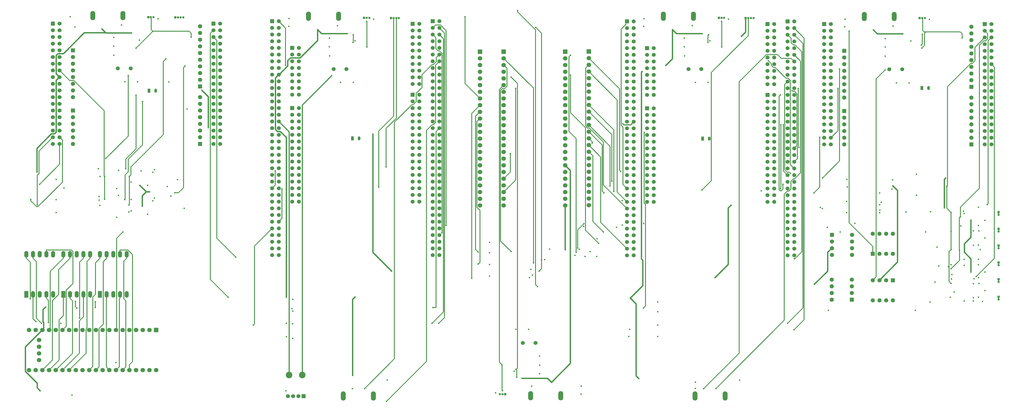
<source format=gbr>
%TF.GenerationSoftware,KiCad,Pcbnew,9.0.2+dfsg-1*%
%TF.CreationDate,2025-07-09T20:59:58-07:00*%
%TF.ProjectId,signalmesh,7369676e-616c-46d6-9573-682e6b696361,rev?*%
%TF.SameCoordinates,Original*%
%TF.FileFunction,Copper,L2,Inr*%
%TF.FilePolarity,Positive*%
%FSLAX46Y46*%
G04 Gerber Fmt 4.6, Leading zero omitted, Abs format (unit mm)*
G04 Created by KiCad (PCBNEW 9.0.2+dfsg-1) date 2025-07-09 20:59:58*
%MOMM*%
%LPD*%
G01*
G04 APERTURE LIST*
G04 Aperture macros list*
%AMRoundRect*
0 Rectangle with rounded corners*
0 $1 Rounding radius*
0 $2 $3 $4 $5 $6 $7 $8 $9 X,Y pos of 4 corners*
0 Add a 4 corners polygon primitive as box body*
4,1,4,$2,$3,$4,$5,$6,$7,$8,$9,$2,$3,0*
0 Add four circle primitives for the rounded corners*
1,1,$1+$1,$2,$3*
1,1,$1+$1,$4,$5*
1,1,$1+$1,$6,$7*
1,1,$1+$1,$8,$9*
0 Add four rect primitives between the rounded corners*
20,1,$1+$1,$2,$3,$4,$5,0*
20,1,$1+$1,$4,$5,$6,$7,0*
20,1,$1+$1,$6,$7,$8,$9,0*
20,1,$1+$1,$8,$9,$2,$3,0*%
G04 Aperture macros list end*
%TA.AperFunction,ComponentPad*%
%ADD10R,0.850000X0.850000*%
%TD*%
%TA.AperFunction,ComponentPad*%
%ADD11C,0.850000*%
%TD*%
%TA.AperFunction,ComponentPad*%
%ADD12R,1.524000X2.524000*%
%TD*%
%TA.AperFunction,ComponentPad*%
%ADD13O,1.524000X2.524000*%
%TD*%
%TA.AperFunction,ComponentPad*%
%ADD14C,1.500000*%
%TD*%
%TA.AperFunction,HeatsinkPad*%
%ADD15O,1.900000X3.500000*%
%TD*%
%TA.AperFunction,ComponentPad*%
%ADD16RoundRect,0.250000X0.550000X0.550000X-0.550000X0.550000X-0.550000X-0.550000X0.550000X-0.550000X0*%
%TD*%
%TA.AperFunction,ComponentPad*%
%ADD17C,1.600000*%
%TD*%
%TA.AperFunction,ComponentPad*%
%ADD18R,1.508000X1.508000*%
%TD*%
%TA.AperFunction,ComponentPad*%
%ADD19C,1.508000*%
%TD*%
%TA.AperFunction,ComponentPad*%
%ADD20C,2.500000*%
%TD*%
%TA.AperFunction,ComponentPad*%
%ADD21R,1.524000X1.524000*%
%TD*%
%TA.AperFunction,ComponentPad*%
%ADD22C,1.524000*%
%TD*%
%TA.AperFunction,ComponentPad*%
%ADD23R,1.700000X1.700000*%
%TD*%
%TA.AperFunction,ComponentPad*%
%ADD24C,1.700000*%
%TD*%
%TA.AperFunction,ComponentPad*%
%ADD25R,1.050000X1.500000*%
%TD*%
%TA.AperFunction,ComponentPad*%
%ADD26O,1.050000X1.500000*%
%TD*%
%TA.AperFunction,ComponentPad*%
%ADD27RoundRect,0.250000X-0.550000X-0.550000X0.550000X-0.550000X0.550000X0.550000X-0.550000X0.550000X0*%
%TD*%
%TA.AperFunction,ComponentPad*%
%ADD28R,1.605000X1.605000*%
%TD*%
%TA.AperFunction,ComponentPad*%
%ADD29C,1.605000*%
%TD*%
%TA.AperFunction,ComponentPad*%
%ADD30R,1.530000X1.530000*%
%TD*%
%TA.AperFunction,ComponentPad*%
%ADD31C,1.530000*%
%TD*%
%TA.AperFunction,ComponentPad*%
%ADD32RoundRect,0.250000X-0.550000X0.550000X-0.550000X-0.550000X0.550000X-0.550000X0.550000X0.550000X0*%
%TD*%
%TA.AperFunction,ComponentPad*%
%ADD33RoundRect,0.250000X0.550000X-0.550000X0.550000X0.550000X-0.550000X0.550000X-0.550000X-0.550000X0*%
%TD*%
%TA.AperFunction,ViaPad*%
%ADD34C,0.600000*%
%TD*%
%TA.AperFunction,ViaPad*%
%ADD35C,0.500000*%
%TD*%
%TA.AperFunction,Conductor*%
%ADD36C,0.500000*%
%TD*%
%TA.AperFunction,Conductor*%
%ADD37C,0.300000*%
%TD*%
%TA.AperFunction,Conductor*%
%ADD38C,0.400000*%
%TD*%
G04 APERTURE END LIST*
D10*
%TO.N,Net-(J15-Pin_1)*%
%TO.C,J15*%
X557555000Y-140920000D03*
D11*
X557555000Y-141920000D03*
%TD*%
D12*
%TO.N,Net-(U18-E)*%
%TO.C,U18*%
X216420000Y-139963000D03*
D13*
%TO.N,Net-(U18-D)*%
X218960000Y-139963000D03*
%TO.N,GND*%
X221500000Y-139963000D03*
%TO.N,Net-(U18-C)*%
X224040000Y-139963000D03*
%TO.N,Net-(U18-DP)*%
X226580000Y-139963000D03*
%TO.N,Net-(U18-B)*%
X226580000Y-124723000D03*
%TO.N,Net-(U18-A)*%
X224040000Y-124723000D03*
%TO.N,GND*%
X221500000Y-124723000D03*
%TO.N,Net-(U18-F)*%
X218960000Y-124723000D03*
%TO.N,Net-(U18-G)*%
X216420000Y-124723000D03*
%TD*%
D14*
%TO.N,Net-(U40-XI)*%
%TO.C,Y9*%
X223210000Y-54144900D03*
%TO.N,Net-(U40-XO)*%
X228090000Y-54144900D03*
%TD*%
D15*
%TO.N,unconnected-(J25-Shield-Pad5)_1*%
%TO.C,J25*%
X391300000Y-178500000D03*
%TO.N,unconnected-(J25-Shield-Pad5)*%
X379900000Y-178500000D03*
%TD*%
D16*
%TO.N,/UUM_CAN_RD*%
%TO.C,U27*%
X501860000Y-142040000D03*
D17*
%TO.N,GND*%
X501860000Y-139500000D03*
%TO.N,UUM_VDD*%
X501860000Y-136960000D03*
%TO.N,/UUM_CAN_TD*%
X501860000Y-134420000D03*
%TO.N,unconnected-(U27-Vref-Pad5)*%
X494240000Y-134420000D03*
%TO.N,/CAN-*%
X494240000Y-136960000D03*
%TO.N,/CAN+*%
X494240000Y-139500000D03*
%TO.N,Net-(U27-Rs)*%
X494240000Y-142040000D03*
%TD*%
D15*
%TO.N,unconnected-(J33-Shield-Pad5)_1*%
%TO.C,J33*%
X213700000Y-34044900D03*
%TO.N,unconnected-(J33-Shield-Pad5)*%
X225100000Y-34044900D03*
%TD*%
D18*
%TO.N,N/C*%
%TO.C,U1*%
X335080000Y-37186000D03*
D19*
X337620000Y-37186000D03*
X335080000Y-39726000D03*
X337620000Y-39726000D03*
X335080000Y-42266000D03*
X337620000Y-42266000D03*
X335080000Y-44806000D03*
X337620000Y-44806000D03*
X335080000Y-47346000D03*
X337620000Y-47346000D03*
X335080000Y-49886000D03*
X337620000Y-49886000D03*
X335080000Y-52426000D03*
X337620000Y-52426000D03*
X335080000Y-54966000D03*
X337620000Y-54966000D03*
X335080000Y-57506000D03*
X337620000Y-57506000D03*
X335080000Y-60046000D03*
X337620000Y-60046000D03*
D18*
X289360000Y-46330000D03*
D19*
X291900000Y-46330000D03*
X289360000Y-48870000D03*
X291900000Y-48870000D03*
X289360000Y-51410000D03*
X291900000Y-51410000D03*
X289360000Y-53950000D03*
X291900000Y-53950000D03*
X289360000Y-56490000D03*
X291900000Y-56490000D03*
X289360000Y-59030000D03*
X291900000Y-59030000D03*
X289360000Y-61570000D03*
X291900000Y-61570000D03*
X289360000Y-64110000D03*
X291900000Y-64110000D03*
D18*
X289360000Y-69190000D03*
D19*
X291900000Y-69190000D03*
X289360000Y-71730000D03*
X291900000Y-71730000D03*
X289360000Y-74270000D03*
X291900000Y-74270000D03*
X289360000Y-76810000D03*
X291900000Y-76810000D03*
X289360000Y-79350000D03*
X291900000Y-79350000D03*
X289360000Y-81890000D03*
X291900000Y-81890000D03*
X289360000Y-84430000D03*
X291900000Y-84430000D03*
X289360000Y-86970000D03*
X291900000Y-86970000D03*
X289360000Y-89510000D03*
X291900000Y-89510000D03*
X289360000Y-92050000D03*
X291900000Y-92050000D03*
X289360000Y-94590000D03*
X291900000Y-94590000D03*
X289360000Y-97130000D03*
X291900000Y-97130000D03*
X289360000Y-99670000D03*
X291900000Y-99670000D03*
X289360000Y-102210000D03*
X291900000Y-102210000D03*
X289360000Y-104750000D03*
X291900000Y-104750000D03*
D18*
X335080000Y-64110000D03*
D19*
X337620000Y-64110000D03*
X335080000Y-66650000D03*
X337620000Y-66650000D03*
X335080000Y-69190000D03*
X337620000Y-69190000D03*
X335080000Y-71730000D03*
X337620000Y-71730000D03*
X335080000Y-74270000D03*
X337620000Y-74270000D03*
X335080000Y-76810000D03*
X337620000Y-76810000D03*
X335080000Y-79350000D03*
X337620000Y-79350000D03*
X335080000Y-81890000D03*
X337620000Y-81890000D03*
X335080000Y-84430000D03*
X337620000Y-84430000D03*
X335080000Y-86970000D03*
X337620000Y-86970000D03*
X335080000Y-89510000D03*
X337620000Y-89510000D03*
X335080000Y-92050000D03*
X337620000Y-92050000D03*
X335080000Y-94590000D03*
X337620000Y-94590000D03*
X335080000Y-97130000D03*
X337620000Y-97130000D03*
X335080000Y-99670000D03*
X337620000Y-99670000D03*
X335080000Y-102210000D03*
X337620000Y-102210000D03*
X335080000Y-104750000D03*
X337620000Y-104750000D03*
D18*
%TO.N,/ACM_CMD_TX*%
X281740000Y-36170000D03*
D19*
%TO.N,/ACM_CMD_RX*%
X284280000Y-36170000D03*
%TO.N,/APM_DBG_TX*%
X281740000Y-38710000D03*
%TO.N,/APM_DBG_RX*%
X284280000Y-38710000D03*
%TO.N,unconnected-(U1A-3V3_VDD-PadCN11_5)*%
X281740000Y-41250000D03*
%TO.N,unconnected-(U1A-5V_EXT-PadCN11_6)*%
X284280000Y-41250000D03*
%TO.N,unconnected-(U1A-BOOT0-PadCN11_7)*%
X281740000Y-43790000D03*
%TO.N,GND*%
X284280000Y-43790000D03*
%TO.N,unconnected-(U1A-PF6-PadCN11_9)*%
X281740000Y-46330000D03*
%TO.N,unconnected-(U1A-NC-PadCN11_10)*%
X284280000Y-46330000D03*
%TO.N,unconnected-(U1A-PF7-PadCN11_11)*%
X281740000Y-48870000D03*
%TO.N,unconnected-(U1A-IOREF-PadCN11_12)*%
X284280000Y-48870000D03*
%TO.N,unconnected-(U1A-PA13-PadCN11_13)*%
X281740000Y-51410000D03*
%TO.N,unconnected-(U1A-NRST-PadCN11_14)*%
X284280000Y-51410000D03*
%TO.N,unconnected-(U1A-PA14-PadCN11_15)*%
X281740000Y-53950000D03*
%TO.N,unconnected-(U1A-3V3-PadCN11_16)*%
X284280000Y-53950000D03*
%TO.N,unconnected-(U1A-PA15-PadCN11_17)*%
X281740000Y-56490000D03*
%TO.N,APM_VDD*%
X284280000Y-56490000D03*
%TO.N,GND*%
X281740000Y-59030000D03*
X284280000Y-59030000D03*
%TO.N,unconnected-(U1A-PB7-PadCN11_21)*%
X281740000Y-61570000D03*
%TO.N,GND*%
X284280000Y-61570000D03*
%TO.N,unconnected-(U1A-PC13-PadCN11_23)*%
X281740000Y-64110000D03*
%TO.N,unconnected-(U1A-VIN-PadCN11_24)*%
X284280000Y-64110000D03*
%TO.N,unconnected-(U1A-PC14-PadCN11_25)*%
X281740000Y-66650000D03*
%TO.N,unconnected-(U1A-NC-PadCN11_26)*%
X284280000Y-66650000D03*
%TO.N,unconnected-(U1A-PC15-PadCN11_27)*%
X281740000Y-69190000D03*
%TO.N,unconnected-(U1A-PA0-PadCN11_28)*%
X284280000Y-69190000D03*
%TO.N,unconnected-(U1A-PH0-PadCN11_29)*%
X281740000Y-71730000D03*
%TO.N,unconnected-(U1A-PA1-PadCN11_30)*%
X284280000Y-71730000D03*
%TO.N,unconnected-(U1A-PH1-PadCN11_31)*%
X281740000Y-74270000D03*
%TO.N,/DAC_R*%
X284280000Y-74270000D03*
%TO.N,unconnected-(U1A-VBAT-PadCN11_33)*%
X281740000Y-76810000D03*
%TO.N,unconnected-(U1A-PB0-PadCN11_34)*%
X284280000Y-76810000D03*
%TO.N,unconnected-(U1A-PC2-PadCN11_35)*%
X281740000Y-79350000D03*
%TO.N,unconnected-(U1A-PC1-PadCN11_36)*%
X284280000Y-79350000D03*
%TO.N,unconnected-(U1A-PC3-PadCN11_37)*%
X281740000Y-81890000D03*
%TO.N,unconnected-(U1A-PC0-PadCN11_38)*%
X284280000Y-81890000D03*
%TO.N,unconnected-(U1A-PD4-PadCN11_39)*%
X281740000Y-84430000D03*
%TO.N,unconnected-(U1A-PD3-PadCN11_40)*%
X284280000Y-84430000D03*
%TO.N,unconnected-(U1A-PD5-PadCN11_41)*%
X281740000Y-86970000D03*
%TO.N,unconnected-(U1A-PG2-PadCN11_42)*%
X284280000Y-86970000D03*
%TO.N,unconnected-(U1A-PD6-PadCN11_43)*%
X281740000Y-89510000D03*
%TO.N,unconnected-(U1A-PG3-PadCN11_44)*%
X284280000Y-89510000D03*
%TO.N,unconnected-(U1A-PD7-PadCN11_45)*%
X281740000Y-92050000D03*
%TO.N,unconnected-(U1A-PE2-PadCN11_46)*%
X284280000Y-92050000D03*
%TO.N,/ISR0*%
X281740000Y-94590000D03*
%TO.N,unconnected-(U1A-PE4-PadCN11_48)*%
X284280000Y-94590000D03*
%TO.N,GND*%
X281740000Y-97130000D03*
%TO.N,unconnected-(U1A-PE5-PadCN11_50)*%
X284280000Y-97130000D03*
%TO.N,/APM/APM_I2C1_SCL*%
X281740000Y-99670000D03*
%TO.N,unconnected-(U1A-PF2-PadCN11_52)*%
X284280000Y-99670000D03*
%TO.N,/APM/APM_I2C1_SDA*%
X281740000Y-102210000D03*
%TO.N,unconnected-(U1A-PF8-PadCN11_54)*%
X284280000Y-102210000D03*
%TO.N,unconnected-(U1A-PD1-PadCN11_55)*%
X281740000Y-104750000D03*
%TO.N,unconnected-(U1A-PF9-PadCN11_56)*%
X284280000Y-104750000D03*
%TO.N,unconnected-(U1A-PD0-PadCN11_57)*%
X281740000Y-107290000D03*
%TO.N,unconnected-(U1A-PG1-PadCN11_58)*%
X284280000Y-107290000D03*
%TO.N,unconnected-(U1A-PG0-PadCN11_59)*%
X281740000Y-109830000D03*
%TO.N,GND*%
X284280000Y-109830000D03*
%TO.N,unconnected-(U1A-PE1-PadCN11_61)*%
X281740000Y-112370000D03*
%TO.N,/IRQ0*%
X284280000Y-112370000D03*
%TO.N,/APM/7SDD_CMD_RX*%
X281740000Y-114910000D03*
%TO.N,unconnected-(U1A-PG15-PadCN11_64)*%
X284280000Y-114910000D03*
%TO.N,unconnected-(U1A-PG12-PadCN11_65)*%
X281740000Y-117450000D03*
%TO.N,unconnected-(U1A-PG10-PadCN11_66)*%
X284280000Y-117450000D03*
%TO.N,unconnected-(U1A-NC-PadCN11_67)*%
X281740000Y-119990000D03*
%TO.N,unconnected-(U1A-PG13-PadCN11_68)*%
X284280000Y-119990000D03*
%TO.N,unconnected-(U1A-PD9-PadCN11_69)*%
X281740000Y-122530000D03*
%TO.N,unconnected-(U1A-PG11-PadCN11_70)*%
X284280000Y-122530000D03*
%TO.N,GND*%
X281740000Y-125070000D03*
X284280000Y-125070000D03*
D18*
%TO.N,unconnected-(U1B-PC9-PadCN12_1)*%
X342700000Y-36190000D03*
D19*
%TO.N,unconnected-(U1B-PC8-PadCN12_2)*%
X345240000Y-36190000D03*
%TO.N,/APM_CAN_RD*%
X342700000Y-38730000D03*
%TO.N,/APM/APM_LED_OK*%
X345240000Y-38730000D03*
%TO.N,/APM_CAN_TD*%
X342700000Y-41270000D03*
%TO.N,/APM/APM_LED_WARN*%
X345240000Y-41270000D03*
%TO.N,unconnected-(U1B-VREFP-PadCN12_7)*%
X342700000Y-43810000D03*
%TO.N,unconnected-(U1B-5V_USB_STLK-PadCN12_8)*%
X345240000Y-43810000D03*
%TO.N,unconnected-(U1B-GND_CN12-PadCN12_20)_2*%
X342700000Y-46350000D03*
%TO.N,unconnected-(U1B-PD8-PadCN12_10)*%
X345240000Y-46350000D03*
%TO.N,/DAC_L*%
X342700000Y-48890000D03*
%TO.N,/APM/APM_USB_D-*%
X345240000Y-48890000D03*
%TO.N,unconnected-(U1B-PA6-PadCN12_13)*%
X342700000Y-51430000D03*
%TO.N,/APM/APM_USB_D+*%
X345240000Y-51430000D03*
%TO.N,unconnected-(U1B-PA7-PadCN12_15)*%
X342700000Y-53970000D03*
%TO.N,unconnected-(U1B-PB12-PadCN12_16)*%
X345240000Y-53970000D03*
%TO.N,unconnected-(U1B-PB6-PadCN12_17)*%
X342700000Y-56510000D03*
%TO.N,unconnected-(U1B-PB11-PadCN12_18)*%
X345240000Y-56510000D03*
%TO.N,unconnected-(U1B-PC7-PadCN12_19)*%
X342700000Y-59050000D03*
%TO.N,unconnected-(U1B-GND_CN12-PadCN12_20)_4*%
X345240000Y-59050000D03*
%TO.N,unconnected-(U1B-PA9-PadCN12_21)*%
X342700000Y-61590000D03*
%TO.N,unconnected-(U1B-PB2-PadCN12_22)*%
X345240000Y-61590000D03*
%TO.N,unconnected-(U1B-PA8-PadCN12_23)*%
X342700000Y-64130000D03*
%TO.N,unconnected-(U1B-PB1-PadCN12_24)*%
X345240000Y-64130000D03*
%TO.N,unconnected-(U1B-PB10-PadCN12_25)*%
X342700000Y-66670000D03*
%TO.N,unconnected-(U1B-PB15-PadCN12_26)*%
X345240000Y-66670000D03*
%TO.N,unconnected-(U1B-PB4-PadCN12_27)*%
X342700000Y-69210000D03*
%TO.N,unconnected-(U1B-PB14-PadCN12_28)*%
X345240000Y-69210000D03*
%TO.N,unconnected-(U1B-PB5-PadCN12_29)*%
X342700000Y-71750000D03*
%TO.N,unconnected-(U1B-PB13-PadCN12_30)*%
X345240000Y-71750000D03*
%TO.N,unconnected-(U1B-PB3-PadCN12_31)*%
X342700000Y-74290000D03*
%TO.N,unconnected-(U1B-AGND_CN12-PadCN12_32)*%
X345240000Y-74290000D03*
%TO.N,unconnected-(U1B-PA10-PadCN12_33)*%
X342700000Y-76830000D03*
%TO.N,/APM/APM_LED_FAIL*%
X345240000Y-76830000D03*
%TO.N,unconnected-(U1B-PA2-PadCN12_35)*%
X342700000Y-79370000D03*
%TO.N,unconnected-(U1B-PF5-PadCN12_36)*%
X345240000Y-79370000D03*
%TO.N,unconnected-(U1B-PA3-PadCN12_37)*%
X342700000Y-81910000D03*
%TO.N,unconnected-(U1B-PF4-PadCN12_38)*%
X345240000Y-81910000D03*
%TO.N,unconnected-(U1B-GND_CN12-PadCN12_20)_1*%
X342700000Y-84450000D03*
%TO.N,unconnected-(U1B-PE8-PadCN12_40)*%
X345240000Y-84450000D03*
%TO.N,unconnected-(U1B-PD13-PadCN12_41)*%
X342700000Y-86990000D03*
%TO.N,unconnected-(U1B-PF10-PadCN12_42)*%
X345240000Y-86990000D03*
%TO.N,unconnected-(U1B-PD12-PadCN12_43)*%
X342700000Y-89530000D03*
%TO.N,unconnected-(U1B-PE7-PadCN12_44)*%
X345240000Y-89530000D03*
%TO.N,unconnected-(U1B-PD11-PadCN12_45)*%
X342700000Y-92070000D03*
%TO.N,unconnected-(U1B-PD14-PadCN12_46)*%
X345240000Y-92070000D03*
%TO.N,unconnected-(U1B-PE10-PadCN12_47)*%
X342700000Y-94610000D03*
%TO.N,unconnected-(U1B-PD15-PadCN12_48)*%
X345240000Y-94610000D03*
%TO.N,unconnected-(U1B-PE12-PadCN12_49)*%
X342700000Y-97150000D03*
%TO.N,unconnected-(U1B-PF14-PadCN12_50)*%
X345240000Y-97150000D03*
%TO.N,unconnected-(U1B-PE14-PadCN12_51)*%
X342700000Y-99690000D03*
%TO.N,unconnected-(U1B-PE9-PadCN12_52)*%
X345240000Y-99690000D03*
%TO.N,unconnected-(U1B-PE15-PadCN12_53)*%
X342700000Y-102230000D03*
%TO.N,unconnected-(U1B-GND_CN12-PadCN12_20)*%
X345240000Y-102230000D03*
%TO.N,unconnected-(U1B-PE13-PadCN12_55)*%
X342700000Y-104770000D03*
%TO.N,unconnected-(U1B-PE11-PadCN12_56)*%
X345240000Y-104770000D03*
%TO.N,unconnected-(U1B-PF13-PadCN12_57)*%
X342700000Y-107310000D03*
%TO.N,unconnected-(U1B-PF3-PadCN12_58)*%
X345240000Y-107310000D03*
%TO.N,unconnected-(U1B-PF12-PadCN12_59)*%
X342700000Y-109850000D03*
%TO.N,unconnected-(U1B-PF15-PadCN12_60)*%
X345240000Y-109850000D03*
%TO.N,/APM/7SDD_CMD_TX*%
X342700000Y-112390000D03*
%TO.N,unconnected-(U1B-PF11-PadCN12_62)*%
X345240000Y-112390000D03*
%TO.N,unconnected-(U1B-GND_CN12-PadCN12_20)_3*%
X342700000Y-114930000D03*
%TO.N,unconnected-(U1B-PE0-PadCN12_64)*%
X345240000Y-114930000D03*
%TO.N,unconnected-(U1B-PD10-PadCN12_65)*%
X342700000Y-117470000D03*
%TO.N,unconnected-(U1B-PG8-PadCN12_66)*%
X345240000Y-117470000D03*
%TO.N,unconnected-(U1B-PG7-PadCN12_67)*%
X342700000Y-120010000D03*
%TO.N,unconnected-(U1B-PG5-PadCN12_68)*%
X345240000Y-120010000D03*
%TO.N,unconnected-(U1B-PG4-PadCN12_69)*%
X342700000Y-122550000D03*
%TO.N,unconnected-(U1B-PG6-PadCN12_70)*%
X345240000Y-122550000D03*
%TO.N,unconnected-(U1B-GND_CN12-PadCN12_20)_6*%
X342700000Y-125090000D03*
%TO.N,unconnected-(U1B-GND_CN12-PadCN12_20)_5*%
X345240000Y-125090000D03*
%TD*%
D20*
%TO.N,/DAC_L*%
%TO.C,TP1*%
X293200000Y-170600000D03*
%TD*%
D21*
%TO.N,unconnected-(J12-Pin_1-Pad1)*%
%TO.C,J12*%
X293750000Y-178700000D03*
D22*
%TO.N,/DAC_L*%
X291750000Y-178700000D03*
%TO.N,/DAC_R*%
X289750000Y-178700000D03*
%TO.N,GND*%
X287750000Y-178700000D03*
%TD*%
D23*
%TO.N,/FMC_D0*%
%TO.C,J9*%
X402000000Y-47720000D03*
D24*
%TO.N,/FMC_D1*%
X402000000Y-50260000D03*
%TO.N,/FMC_D2*%
X402000000Y-52800000D03*
%TO.N,/FMC_D3*%
X402000000Y-55340000D03*
%TO.N,/FMC_D4*%
X402000000Y-57880000D03*
%TO.N,/FMC_D5*%
X402000000Y-60420000D03*
%TO.N,/FMC_D6*%
X402000000Y-62960000D03*
%TO.N,/FMC_D7*%
X402000000Y-65500000D03*
%TO.N,/FMC_D8*%
X402000000Y-68040000D03*
%TO.N,/FMC_D9*%
X402000000Y-70580000D03*
%TO.N,/FMC_D10*%
X402000000Y-73120000D03*
%TO.N,/FMC_D11*%
X402000000Y-75660000D03*
%TO.N,/FMC_D12*%
X402000000Y-78200000D03*
%TO.N,/FMC_D13*%
X402000000Y-80740000D03*
%TO.N,/FMC_D14*%
X402000000Y-83280000D03*
%TO.N,/FMC_D15*%
X402000000Y-85820000D03*
%TO.N,unconnected-(J2-Pin_17-Pad17)*%
X402000000Y-88360000D03*
%TO.N,ACM_VDD*%
X402000000Y-90900000D03*
%TO.N,unconnected-(J2-Pin_19-Pad19)*%
X402000000Y-93440000D03*
%TO.N,unconnected-(J2-Pin_20-Pad20)*%
X402000000Y-95980000D03*
%TO.N,unconnected-(J2-Pin_21-Pad21)*%
X402000000Y-98520000D03*
%TO.N,unconnected-(J2-Pin_22-Pad22)*%
X402000000Y-101060000D03*
%TO.N,GND*%
X402000000Y-103600000D03*
%TO.N,3V3_ACM*%
X402000000Y-106140000D03*
%TD*%
D20*
%TO.N,/DAC_R*%
%TO.C,TP2*%
X288200000Y-170600000D03*
%TD*%
D15*
%TO.N,unconnected-(J31-Shield-Pad5)_1*%
%TO.C,J31*%
X430300000Y-34300000D03*
%TO.N,unconnected-(J31-Shield-Pad5)*%
X441700000Y-34300000D03*
%TD*%
D12*
%TO.N,Net-(U2-E)*%
%TO.C,U2*%
X202500000Y-139963000D03*
D13*
%TO.N,Net-(U2-D)*%
X205040000Y-139963000D03*
%TO.N,GND*%
X207580000Y-139963000D03*
%TO.N,Net-(U2-C)*%
X210120000Y-139963000D03*
%TO.N,Net-(U2-DP)*%
X212660000Y-139963000D03*
%TO.N,Net-(U2-B)*%
X212660000Y-124723000D03*
%TO.N,Net-(U2-A)*%
X210120000Y-124723000D03*
%TO.N,GND*%
X207580000Y-124723000D03*
%TO.N,Net-(U2-F)*%
X205040000Y-124723000D03*
%TO.N,Net-(U2-G)*%
X202500000Y-124723000D03*
%TD*%
D10*
%TO.N,/USB_debug_APM/DBG_TX*%
%TO.C,J30*%
X316650000Y-34880100D03*
D11*
%TO.N,/APM_DBG_RX*%
X317650000Y-34880100D03*
%TO.N,GND*%
X318650000Y-34880100D03*
%TD*%
D23*
%TO.N,/ACM/ACM_SPI_CS*%
%TO.C,J1*%
X369690000Y-47760000D03*
D24*
%TO.N,/ACM/ACM_SPI_MOSI*%
X369690000Y-50300000D03*
%TO.N,/ACM/ACM_SPI_SCLK*%
X369690000Y-52840000D03*
%TO.N,/ACM/ACM_SPI_MISO*%
X369690000Y-55380000D03*
%TO.N,/ACM_DBG_TX*%
X369690000Y-57920000D03*
%TO.N,/ACM_DBG_RX*%
X369690000Y-60460000D03*
%TO.N,/ACM_CMD_RX*%
X369690000Y-63000000D03*
%TO.N,/ACM_CMD_TX*%
X369690000Y-65540000D03*
%TO.N,/ACM/ACM_LED_FAIL*%
X369690000Y-68080000D03*
%TO.N,/ACM/ACM_LED_OK*%
X369690000Y-70620000D03*
%TO.N,/ACM/ACM_LED_WARN*%
X369690000Y-73160000D03*
%TO.N,unconnected-(J1-Pin_12-Pad12)*%
X369690000Y-75700000D03*
%TO.N,unconnected-(J1-Pin_13-Pad13)*%
X369690000Y-78240000D03*
%TO.N,unconnected-(J1-Pin_14-Pad14)*%
X369690000Y-80780000D03*
%TO.N,unconnected-(J1-Pin_15-Pad15)*%
X369690000Y-83320000D03*
%TO.N,unconnected-(J1-Pin_16-Pad16)*%
X369690000Y-85860000D03*
%TO.N,unconnected-(J1-Pin_17-Pad17)*%
X369690000Y-88400000D03*
%TO.N,/FMC_CLK*%
X369690000Y-90940000D03*
%TO.N,/FMC_NWE*%
X369690000Y-93480000D03*
%TO.N,/FMC_NOE*%
X369690000Y-96020000D03*
%TO.N,/FMC_NE*%
X369690000Y-98560000D03*
%TO.N,/FMC_NL*%
X369690000Y-101100000D03*
%TO.N,/FMC_NBL0*%
X369690000Y-103640000D03*
%TO.N,/FMC_NBL1*%
X369690000Y-106180000D03*
%TD*%
D14*
%TO.N,Net-(U19-XI)*%
%TO.C,Y2*%
X381790000Y-158400000D03*
%TO.N,Net-(U19-XO)*%
X376910000Y-158400000D03*
%TD*%
D15*
%TO.N,unconnected-(J21-Shield-Pad5)*%
%TO.C,J21*%
X320200000Y-178600000D03*
%TO.N,unconnected-(J21-Shield-Pad5)_1*%
X308800000Y-178600000D03*
%TD*%
D25*
%TO.N,GND*%
%TO.C,TH1*%
X445142000Y-80782000D03*
D26*
%TO.N,Net-(U9A-PC0{slash}PB8)*%
X447682000Y-80782000D03*
%TD*%
D23*
%TO.N,/ACM/ACM_SPI_CS*%
%TO.C,J8*%
X360690000Y-47760000D03*
D24*
%TO.N,/ACM/ACM_SPI_MOSI*%
X360690000Y-50300000D03*
%TO.N,/ACM/ACM_SPI_SCLK*%
X360690000Y-52840000D03*
%TO.N,/ACM/ACM_SPI_MISO*%
X360690000Y-55380000D03*
%TO.N,/ACM_DBG_TX*%
X360690000Y-57920000D03*
%TO.N,/ACM_DBG_RX*%
X360690000Y-60460000D03*
%TO.N,/ACM_CMD_RX*%
X360690000Y-63000000D03*
%TO.N,/ACM_CMD_TX*%
X360690000Y-65540000D03*
%TO.N,/ACM/ACM_LED_FAIL*%
X360690000Y-68080000D03*
%TO.N,/ACM/ACM_LED_OK*%
X360690000Y-70620000D03*
%TO.N,/ACM/ACM_LED_WARN*%
X360690000Y-73160000D03*
%TO.N,unconnected-(J1-Pin_12-Pad12)*%
X360690000Y-75700000D03*
%TO.N,unconnected-(J1-Pin_13-Pad13)*%
X360690000Y-78240000D03*
%TO.N,unconnected-(J1-Pin_14-Pad14)*%
X360690000Y-80780000D03*
%TO.N,unconnected-(J1-Pin_15-Pad15)*%
X360690000Y-83320000D03*
%TO.N,unconnected-(J1-Pin_16-Pad16)*%
X360690000Y-85860000D03*
%TO.N,unconnected-(J1-Pin_17-Pad17)*%
X360690000Y-88400000D03*
%TO.N,/FMC_CLK*%
X360690000Y-90940000D03*
%TO.N,/FMC_NWE*%
X360690000Y-93480000D03*
%TO.N,/FMC_NOE*%
X360690000Y-96020000D03*
%TO.N,/FMC_NE*%
X360690000Y-98560000D03*
%TO.N,/FMC_NL*%
X360690000Y-101100000D03*
%TO.N,/FMC_NBL0*%
X360690000Y-103640000D03*
%TO.N,/FMC_NBL1*%
X360690000Y-106180000D03*
%TD*%
D10*
%TO.N,TDM_VDD*%
%TO.C,J18*%
X245050000Y-34759900D03*
D11*
%TO.N,/TDM/TDM_I2C1_SDA*%
X246050000Y-34759900D03*
%TO.N,/TDM/TDM_I2C1_SCL*%
X247050000Y-34759900D03*
%TO.N,GND*%
X248050000Y-34759900D03*
%TD*%
D25*
%TO.N,GND*%
%TO.C,TH2*%
X312290000Y-80712000D03*
D26*
%TO.N,Net-(U9A-PB0)*%
X314830000Y-80712000D03*
%TD*%
D10*
%TO.N,/USB_debug_TDM/DBG_TX*%
%TO.C,J28*%
X527600000Y-34980100D03*
D11*
%TO.N,/TDM_DBG_RX*%
X528600000Y-34980100D03*
%TO.N,GND*%
X529600000Y-34980100D03*
%TD*%
D27*
%TO.N,/APM_CAN_RD*%
%TO.C,U29*%
X494250000Y-117340000D03*
D17*
%TO.N,GND*%
X494250000Y-119880000D03*
%TO.N,APM_VDD*%
X494250000Y-122420000D03*
%TO.N,/APM_CAN_TD*%
X494250000Y-124960000D03*
%TO.N,unconnected-(U29-Vref-Pad5)*%
X501870000Y-124960000D03*
%TO.N,/CAN-*%
X501870000Y-122420000D03*
%TO.N,/CAN+*%
X501870000Y-119880000D03*
%TO.N,Net-(U29-Rs)*%
X501870000Y-117340000D03*
%TD*%
D10*
%TO.N,APM_VDD*%
%TO.C,J4*%
X326900000Y-34975000D03*
D11*
%TO.N,/APM/APM_I2C1_SDA*%
X327900000Y-34975000D03*
%TO.N,/APM/APM_I2C1_SCL*%
X328900000Y-34975000D03*
%TO.N,GND*%
X329900000Y-34975000D03*
%TD*%
D23*
%TO.N,/FMC_D0*%
%TO.C,J2*%
X393000000Y-47760000D03*
D24*
%TO.N,/FMC_D1*%
X393000000Y-50300000D03*
%TO.N,/FMC_D2*%
X393000000Y-52840000D03*
%TO.N,/FMC_D3*%
X393000000Y-55380000D03*
%TO.N,/FMC_D4*%
X393000000Y-57920000D03*
%TO.N,/FMC_D5*%
X393000000Y-60460000D03*
%TO.N,/FMC_D6*%
X393000000Y-63000000D03*
%TO.N,/FMC_D7*%
X393000000Y-65540000D03*
%TO.N,/FMC_D8*%
X393000000Y-68080000D03*
%TO.N,/FMC_D9*%
X393000000Y-70620000D03*
%TO.N,/FMC_D10*%
X393000000Y-73160000D03*
%TO.N,/FMC_D11*%
X393000000Y-75700000D03*
%TO.N,/FMC_D12*%
X393000000Y-78240000D03*
%TO.N,/FMC_D13*%
X393000000Y-80780000D03*
%TO.N,/FMC_D14*%
X393000000Y-83320000D03*
%TO.N,/FMC_D15*%
X393000000Y-85860000D03*
%TO.N,unconnected-(J2-Pin_17-Pad17)*%
X393000000Y-88400000D03*
%TO.N,ACM_VDD*%
X393000000Y-90940000D03*
%TO.N,unconnected-(J2-Pin_19-Pad19)*%
X393000000Y-93480000D03*
%TO.N,unconnected-(J2-Pin_20-Pad20)*%
X393000000Y-96020000D03*
%TO.N,unconnected-(J2-Pin_21-Pad21)*%
X393000000Y-98560000D03*
%TO.N,unconnected-(J2-Pin_22-Pad22)*%
X393000000Y-101100000D03*
%TO.N,GND*%
X393000000Y-103640000D03*
%TO.N,3V3_ACM*%
X393000000Y-106180000D03*
%TD*%
D10*
%TO.N,/USB_debug_DSM/DBG_TX*%
%TO.C,J32*%
X451350000Y-34880100D03*
D11*
%TO.N,/DSM_DBG_RX*%
X452350000Y-34880100D03*
%TO.N,GND*%
X453350000Y-34880100D03*
%TD*%
D10*
%TO.N,DSM_VDD*%
%TO.C,J3*%
X461550000Y-34975000D03*
D11*
%TO.N,/DSM/DSM_I2C1_SDA*%
X462550000Y-34975000D03*
%TO.N,/DSM/DSM_I2C1_SCL*%
X463550000Y-34975000D03*
%TO.N,GND*%
X464550000Y-34975000D03*
%TD*%
D28*
%TO.N,N/C*%
%TO.C,U9*%
X547240000Y-61190000D03*
D29*
X547240000Y-58650000D03*
X547240000Y-56110000D03*
X547240000Y-53570000D03*
X547240000Y-51030000D03*
X547240000Y-48490000D03*
X547240000Y-45950000D03*
X547240000Y-43410000D03*
X547240000Y-40870000D03*
X547240000Y-38330000D03*
D28*
X498980000Y-47470000D03*
D29*
X498980000Y-50010000D03*
X498980000Y-52550000D03*
X498980000Y-55090000D03*
X498980000Y-57630000D03*
X498980000Y-60170000D03*
X498980000Y-62710000D03*
X498980000Y-65250000D03*
D30*
%TO.N,unconnected-(U9A-PC10-PadCN7_1)*%
X491360000Y-37310000D03*
D31*
%TO.N,unconnected-(U9A-PC11-PadCN7_2)*%
X493900000Y-37310000D03*
%TO.N,unconnected-(U9A-PC12-PadCN7_3)*%
X491360000Y-39850000D03*
%TO.N,unconnected-(U9A-PD2-PadCN7_4)*%
X493900000Y-39850000D03*
%TO.N,unconnected-(U9A-VDD-PadCN7_5)*%
X491360000Y-42390000D03*
%TO.N,unconnected-(U9A-E5V-PadCN7_6)*%
X493900000Y-42390000D03*
%TO.N,unconnected-(U9A-BOOT0-PadCN7_7)*%
X491360000Y-44930000D03*
%TO.N,unconnected-(U9A-CN7_GND-PadCN7_19)_2*%
X493900000Y-44930000D03*
%TO.N,N/C*%
X491360000Y-47470000D03*
X493900000Y-47470000D03*
X491360000Y-50010000D03*
%TO.N,unconnected-(U9A-CN7_IOREF-PadCN7_12)*%
X493900000Y-50010000D03*
%TO.N,unconnected-(U9A-PA13-PadCN7_13)*%
X491360000Y-52550000D03*
%TO.N,unconnected-(U9A-CN7_RESET-PadCN7_14)*%
X493900000Y-52550000D03*
%TO.N,unconnected-(U9A-PA14-PadCN7_15)*%
X491360000Y-55090000D03*
%TO.N,unconnected-(U9A-CN7_+3V3-PadCN7_16)*%
X493900000Y-55090000D03*
%TO.N,unconnected-(U9A-PA15-PadCN7_17)*%
X491360000Y-57630000D03*
%TO.N,unconnected-(U9A-CN7_+5V-PadCN7_18)*%
X493900000Y-57630000D03*
%TO.N,unconnected-(U9A-CN7_GND-PadCN7_19)_1*%
X491360000Y-60170000D03*
%TO.N,unconnected-(U9A-CN7_GND-PadCN7_19)*%
X493900000Y-60170000D03*
%TO.N,unconnected-(U9A-PB7-PadCN7_21)*%
X491360000Y-62710000D03*
%TO.N,unconnected-(U9A-CN7_GND-PadCN7_19)_3*%
X493900000Y-62710000D03*
%TO.N,unconnected-(U9A-PC13-PadCN7_23)*%
X491360000Y-65250000D03*
%TO.N,unconnected-(U9A-CN7_VIN-PadCN7_24)*%
X493900000Y-65250000D03*
%TO.N,unconnected-(U9A-PC14-PadCN7_25)*%
X491360000Y-67790000D03*
%TO.N,N/C*%
X493900000Y-67790000D03*
%TO.N,unconnected-(U9A-PC15-PadCN7_27)*%
X491360000Y-70330000D03*
%TO.N,unconnected-(U9A-PA0-PadCN7_28)*%
X493900000Y-70330000D03*
%TO.N,unconnected-(U9A-PH0-PadCN7_29)*%
X491360000Y-72870000D03*
%TO.N,unconnected-(U9A-PA1-PadCN7_30)*%
X493900000Y-72870000D03*
%TO.N,unconnected-(U9A-PH1-PadCN7_31)*%
X491360000Y-75410000D03*
%TO.N,Net-(U9A-PA4)*%
X493900000Y-75410000D03*
%TO.N,unconnected-(U9A-VBAT-PadCN7_33)*%
X491360000Y-77950000D03*
%TO.N,Net-(U9A-PB0)*%
X493900000Y-77950000D03*
%TO.N,unconnected-(U9A-PC2-PadCN7_35)*%
X491360000Y-80490000D03*
%TO.N,Net-(U9A-PC1{slash}PB9)*%
X493900000Y-80490000D03*
%TO.N,unconnected-(U9A-PC3-PadCN7_37)*%
X491360000Y-83030000D03*
%TO.N,Net-(U9A-PC0{slash}PB8)*%
X493900000Y-83030000D03*
D28*
%TO.N,N/C*%
X498980000Y-70330000D03*
D29*
X498980000Y-72870000D03*
X498980000Y-75410000D03*
X498980000Y-77950000D03*
X498980000Y-80490000D03*
X498980000Y-83030000D03*
D28*
X547240000Y-83030000D03*
D29*
X547240000Y-80490000D03*
X547240000Y-77950000D03*
X547240000Y-75410000D03*
X547240000Y-72870000D03*
X547240000Y-70330000D03*
X547240000Y-67790000D03*
X547240000Y-65250000D03*
D30*
%TO.N,unconnected-(U9B-PC9-PadCN10_1)*%
X552320000Y-37310000D03*
D31*
%TO.N,unconnected-(U9B-PC8-PadCN10_2)*%
X554860000Y-37310000D03*
%TO.N,/TDM/TDM_I2C1_SCL*%
X552320000Y-39850000D03*
%TO.N,unconnected-(U9B-PC6-PadCN10_4)*%
X554860000Y-39850000D03*
%TO.N,/TDM/TDM_I2C1_SDA*%
X552320000Y-42390000D03*
%TO.N,/TDM/TDM_LED_FAIL*%
X554860000Y-42390000D03*
%TO.N,unconnected-(U9B-AVDD-PadCN10_7)*%
X552320000Y-44930000D03*
%TO.N,TDM_VDD*%
X554860000Y-44930000D03*
%TO.N,GND*%
X552320000Y-47470000D03*
%TO.N,N/C*%
X554860000Y-47470000D03*
%TO.N,/TDM/TDM_LED_OK*%
X552320000Y-50010000D03*
%TO.N,/TDM_CAN_TD*%
X554860000Y-50010000D03*
%TO.N,unconnected-(U9B-PA6-PadCN10_13)*%
X552320000Y-52550000D03*
%TO.N,/TDM_CAN_RD*%
X554860000Y-52550000D03*
%TO.N,unconnected-(U9B-PA7-PadCN10_15)*%
X552320000Y-55090000D03*
%TO.N,unconnected-(U9B-PB12-PadCN10_16)*%
X554860000Y-55090000D03*
%TO.N,unconnected-(U9B-PB6-PadCN10_17)*%
X552320000Y-57630000D03*
%TO.N,N/C*%
X554860000Y-57630000D03*
%TO.N,unconnected-(U9B-PC7-PadCN10_19)*%
X552320000Y-60170000D03*
%TO.N,GND*%
X554860000Y-60170000D03*
%TO.N,unconnected-(U9B-PA9-PadCN10_21)*%
X552320000Y-62710000D03*
%TO.N,unconnected-(U9B-PB2-PadCN10_22)*%
X554860000Y-62710000D03*
%TO.N,unconnected-(U9B-PA8-PadCN10_23)*%
X552320000Y-65250000D03*
%TO.N,unconnected-(U9B-PB1-PadCN10_24)*%
X554860000Y-65250000D03*
%TO.N,unconnected-(U9B-PB10-PadCN10_25)*%
X552320000Y-67790000D03*
%TO.N,unconnected-(U9B-PB15-PadCN10_26)*%
X554860000Y-67790000D03*
%TO.N,unconnected-(U9B-PB4-PadCN10_27)*%
X552320000Y-70330000D03*
%TO.N,unconnected-(U9B-PB14-PadCN10_28)*%
X554860000Y-70330000D03*
%TO.N,unconnected-(U9B-PB5-PadCN10_29)*%
X552320000Y-72870000D03*
%TO.N,unconnected-(U9B-PB13-PadCN10_30)*%
X554860000Y-72870000D03*
%TO.N,unconnected-(U9B-PB3-PadCN10_31)*%
X552320000Y-75410000D03*
%TO.N,unconnected-(U9B-AGND-PadCN10_32)*%
X554860000Y-75410000D03*
%TO.N,unconnected-(U9B-PA10-PadCN10_33)*%
X552320000Y-77950000D03*
%TO.N,/TDM/TDM_LED_WARN*%
X554860000Y-77950000D03*
%TO.N,/TDM_DBG_TX*%
X552320000Y-80490000D03*
%TO.N,N/C*%
X554860000Y-80490000D03*
%TO.N,/TDM_DBG_RX*%
X552320000Y-83030000D03*
%TO.N,N/C*%
X554860000Y-83030000D03*
%TD*%
D14*
%TO.N,Net-(U38-XI)*%
%TO.C,Y7*%
X305110000Y-54400000D03*
%TO.N,Net-(U38-XO)*%
X309990000Y-54400000D03*
%TD*%
D10*
%TO.N,Net-(J11-Pin_1)*%
%TO.C,J11*%
X557555000Y-134225000D03*
D11*
X557555000Y-135225000D03*
%TD*%
D10*
%TO.N,Net-(J6-Pin_1)*%
%TO.C,J6*%
X557555000Y-115100000D03*
D11*
X557555000Y-116100000D03*
%TD*%
D14*
%TO.N,Net-(U39-XI)*%
%TO.C,Y8*%
X439810000Y-54400000D03*
%TO.N,Net-(U39-XO)*%
X444690000Y-54400000D03*
%TD*%
D25*
%TO.N,GND*%
%TO.C,TH4*%
X528400000Y-61600000D03*
D26*
%TO.N,Net-(U9A-PC1{slash}PB9)*%
X530940000Y-61600000D03*
%TD*%
D10*
%TO.N,Net-(J10-Pin_1)*%
%TO.C,J10*%
X557555000Y-127850000D03*
D11*
X557555000Y-128850000D03*
%TD*%
D15*
%TO.N,unconnected-(J22-Shield-Pad5)_1*%
%TO.C,J22*%
X453700000Y-178600000D03*
%TO.N,unconnected-(J22-Shield-Pad5)*%
X442300000Y-178600000D03*
%TD*%
D10*
%TO.N,/USB_debug_UUM/DBG_TX*%
%TO.C,J34*%
X234750000Y-34625000D03*
D11*
%TO.N,/UUM_DBG_RX*%
X235750000Y-34625000D03*
%TO.N,GND*%
X236750000Y-34625000D03*
%TD*%
D23*
%TO.N,unconnected-(U4-PB12-Pad1)*%
%TO.C,U4*%
X237780000Y-153500000D03*
D24*
%TO.N,unconnected-(U4-PB13-Pad2)*%
X235240000Y-153500000D03*
%TO.N,unconnected-(U4-PB14-Pad3)*%
X232700000Y-153500000D03*
%TO.N,unconnected-(U4-PB15-Pad4)*%
X230160000Y-153500000D03*
%TO.N,unconnected-(U4-PA8-Pad5)*%
X227620000Y-153500000D03*
%TO.N,/APM/7SDD_CMD_RX*%
X225080000Y-153500000D03*
%TO.N,/APM/7SDD_CMD_TX*%
X222540000Y-153500000D03*
%TO.N,Net-(U36-DP)*%
X220000000Y-153500000D03*
%TO.N,Net-(U36-G)*%
X217460000Y-153500000D03*
%TO.N,Net-(U36-F)*%
X214920000Y-153500000D03*
%TO.N,Net-(U36-E)*%
X212380000Y-153500000D03*
%TO.N,Net-(U36-D)*%
X209840000Y-153500000D03*
%TO.N,Net-(U36-C)*%
X207300000Y-153500000D03*
%TO.N,Net-(U36-B)*%
X204760000Y-153500000D03*
%TO.N,Net-(U36-A)*%
X202220000Y-153500000D03*
%TO.N,Net-(U2-DP)*%
X199680000Y-153500000D03*
%TO.N,Net-(U2-G)*%
X197140000Y-153500000D03*
%TO.N,5V_7SDD*%
X194600000Y-153500000D03*
%TO.N,unconnected-(U4-GND-Pad19)*%
X192060000Y-153500000D03*
%TO.N,unconnected-(U4-3V3-Pad20)*%
X189520000Y-153500000D03*
%TO.N,unconnected-(U4-VBat-Pad21)*%
X189520000Y-168740000D03*
%TO.N,unconnected-(U4-PC13-Pad22)*%
X192060000Y-168740000D03*
%TO.N,Net-(U2-F)*%
X194600000Y-168740000D03*
%TO.N,Net-(U2-E)*%
X197140000Y-168740000D03*
%TO.N,Net-(U2-D)*%
X199680000Y-168740000D03*
%TO.N,Net-(U2-C)*%
X202220000Y-168740000D03*
%TO.N,Net-(U2-B)*%
X204760000Y-168740000D03*
%TO.N,Net-(U2-A)*%
X207300000Y-168740000D03*
%TO.N,Net-(U18-DP)*%
X209840000Y-168740000D03*
%TO.N,Net-(U18-G)*%
X212380000Y-168740000D03*
%TO.N,Net-(U18-F)*%
X214920000Y-168740000D03*
%TO.N,Net-(U18-E)*%
X217460000Y-168740000D03*
%TO.N,Net-(U18-D)*%
X220000000Y-168740000D03*
%TO.N,Net-(U18-C)*%
X222540000Y-168740000D03*
%TO.N,Net-(U18-B)*%
X225080000Y-168740000D03*
%TO.N,Net-(U18-A)*%
X227620000Y-168740000D03*
%TO.N,unconnected-(U4-RST-Pad37)*%
X230160000Y-168740000D03*
%TO.N,unconnected-(U4-3V3-Pad38)*%
X232700000Y-168740000D03*
%TO.N,GND*%
X235240000Y-168740000D03*
%TO.N,unconnected-(U4-GND-Pad40)*%
X237780000Y-168740000D03*
%TO.N,N/C*%
X193331000Y-164932000D03*
X193331000Y-162392000D03*
X193331000Y-159852000D03*
X193331000Y-157312000D03*
%TD*%
D15*
%TO.N,unconnected-(J29-Shield-Pad5)_1*%
%TO.C,J29*%
X295600000Y-34300000D03*
%TO.N,unconnected-(J29-Shield-Pad5)*%
X307000000Y-34300000D03*
%TD*%
D25*
%TO.N,GND*%
%TO.C,TH3*%
X235000000Y-62600000D03*
D26*
%TO.N,Net-(U9A-PA4)*%
X237540000Y-62600000D03*
%TD*%
D28*
%TO.N,unconnected-(U3F-D8-PadCN5_1)*%
%TO.C,U3*%
X254460000Y-60970000D03*
D29*
%TO.N,unconnected-(U3F-D9-PadCN5_2)*%
X254460000Y-58430000D03*
%TO.N,unconnected-(U3F-D10-PadCN5_3)*%
X254460000Y-55890000D03*
%TO.N,unconnected-(U3F-D11-PadCN5_4)*%
X254460000Y-53350000D03*
%TO.N,unconnected-(U3F-D12-PadCN5_5)*%
X254460000Y-50810000D03*
%TO.N,unconnected-(U3F-D13-PadCN5_6)*%
X254460000Y-48270000D03*
%TO.N,unconnected-(U3F-GND_S6-PadCN5_7)*%
X254460000Y-45730000D03*
%TO.N,unconnected-(U3F-AVDD_S6-PadCN5_8)*%
X254460000Y-43190000D03*
%TO.N,unconnected-(U3F-D14-PadCN5_9)*%
X254460000Y-40650000D03*
%TO.N,unconnected-(U3F-D15-PadCN5_10)*%
X254460000Y-38110000D03*
D28*
%TO.N,N/C*%
X206200000Y-47250000D03*
D29*
%TO.N,unconnected-(U3C-IOREF-PadCN6_2)*%
X206200000Y-49790000D03*
%TO.N,unconnected-(U3C-RESET-PadCN6_3)*%
X206200000Y-52330000D03*
%TO.N,unconnected-(U3C-+3V3-PadCN6_4)*%
X206200000Y-54870000D03*
%TO.N,unconnected-(U3C-+5V-PadCN6_5)*%
X206200000Y-57410000D03*
%TO.N,unconnected-(U3C-GND-PadCN6_6)_1*%
X206200000Y-59950000D03*
%TO.N,unconnected-(U3C-GND-PadCN6_6)*%
X206200000Y-62490000D03*
%TO.N,unconnected-(U3C-VIN-PadCN6_8)*%
X206200000Y-65030000D03*
D30*
%TO.N,unconnected-(U3A-PC10-PadCN7_1)*%
X198580000Y-37090000D03*
D31*
%TO.N,unconnected-(U3A-PC11-PadCN7_2)*%
X201120000Y-37090000D03*
%TO.N,unconnected-(U3A-PC12-PadCN7_3)*%
X198580000Y-39630000D03*
%TO.N,unconnected-(U3A-PD2-PadCN7_4)*%
X201120000Y-39630000D03*
%TO.N,unconnected-(U3A-VDD-PadCN7_5)*%
X198580000Y-42170000D03*
%TO.N,unconnected-(U3A-E5V-PadCN7_6)*%
X201120000Y-42170000D03*
%TO.N,unconnected-(U3A-BOOT0-PadCN7_7)*%
X198580000Y-44710000D03*
%TO.N,unconnected-(U3A-GND_S1-PadCN7_19)_3*%
X201120000Y-44710000D03*
%TO.N,N/C*%
X198580000Y-47250000D03*
X201120000Y-47250000D03*
X198580000Y-49790000D03*
%TO.N,unconnected-(U3A-IOREF_S1-PadCN7_12)*%
X201120000Y-49790000D03*
%TO.N,unconnected-(U3A-PA13-PadCN7_13)*%
X198580000Y-52330000D03*
%TO.N,unconnected-(U3A-RESET_S1-PadCN7_14)*%
X201120000Y-52330000D03*
%TO.N,unconnected-(U3A-PA14-PadCN7_15)*%
X198580000Y-54870000D03*
%TO.N,UUM_3v3*%
X201120000Y-54870000D03*
%TO.N,unconnected-(U3A-PA15-PadCN7_17)*%
X198580000Y-57410000D03*
%TO.N,UUM_VDD*%
X201120000Y-57410000D03*
%TO.N,unconnected-(U3A-GND_S1-PadCN7_19)_1*%
X198580000Y-59950000D03*
%TO.N,unconnected-(U3A-GND_S1-PadCN7_19)_2*%
X201120000Y-59950000D03*
%TO.N,unconnected-(U3A-PB7-PadCN7_21)*%
X198580000Y-62490000D03*
%TO.N,unconnected-(U3A-GND_S1-PadCN7_19)*%
X201120000Y-62490000D03*
%TO.N,unconnected-(U3A-PC13-PadCN7_23)*%
X198580000Y-65030000D03*
%TO.N,unconnected-(U3A-VIN_S1-PadCN7_24)*%
X201120000Y-65030000D03*
%TO.N,/UUM/UUM_SPI_SEL*%
X198580000Y-67570000D03*
%TO.N,N/C*%
X201120000Y-67570000D03*
%TO.N,unconnected-(U3A-PC15-PadCN7_27)*%
X198580000Y-70110000D03*
%TO.N,unconnected-(U3A-PA0-PadCN7_28)*%
X201120000Y-70110000D03*
%TO.N,unconnected-(U3A-PF0-PadCN7_29)*%
X198580000Y-72650000D03*
%TO.N,unconnected-(U3A-PA1-PadCN7_30)*%
X201120000Y-72650000D03*
%TO.N,unconnected-(U3A-PF1-PadCN7_31)*%
X198580000Y-75190000D03*
%TO.N,unconnected-(U3A-PA4-PadCN7_32)*%
X201120000Y-75190000D03*
%TO.N,unconnected-(U3A-VBAT-PadCN7_33)*%
X198580000Y-77730000D03*
%TO.N,unconnected-(U3A-PB0-PadCN7_34)*%
X201120000Y-77730000D03*
%TO.N,/UUM/UUM_LED_OK*%
X198580000Y-80270000D03*
%TO.N,/UUM/UUM_LED_WARN*%
X201120000Y-80270000D03*
%TO.N,unconnected-(U3A-PC3-PadCN7_37)*%
X198580000Y-82810000D03*
%TO.N,/UUM/UUM_LED_FAIL*%
X201120000Y-82810000D03*
D28*
%TO.N,unconnected-(U3E-A0-PadCN8_1)*%
X206200000Y-70110000D03*
D29*
%TO.N,unconnected-(U3E-A1-PadCN8_2)*%
X206200000Y-72650000D03*
%TO.N,unconnected-(U3E-A2-PadCN8_3)*%
X206200000Y-75190000D03*
%TO.N,unconnected-(U3E-A3-PadCN8_4)*%
X206200000Y-77730000D03*
%TO.N,unconnected-(U3E-A4-PadCN8_5)*%
X206200000Y-80270000D03*
%TO.N,unconnected-(U3E-A5-PadCN8_6)*%
X206200000Y-82810000D03*
D28*
%TO.N,unconnected-(U3D-D0-PadCN9_1)*%
X254460000Y-82810000D03*
D29*
%TO.N,unconnected-(U3D-D1-PadCN9_2)*%
X254460000Y-80270000D03*
%TO.N,unconnected-(U3D-D2-PadCN9_3)*%
X254460000Y-77730000D03*
%TO.N,unconnected-(U3D-D3-PadCN9_4)*%
X254460000Y-75190000D03*
%TO.N,unconnected-(U3D-D4-PadCN9_5)*%
X254460000Y-72650000D03*
%TO.N,unconnected-(U3D-D5-PadCN9_6)*%
X254460000Y-70110000D03*
%TO.N,unconnected-(U3D-D6-PadCN9_7)*%
X254460000Y-67570000D03*
%TO.N,unconnected-(U3D-D7-PadCN9_8)*%
X254460000Y-65030000D03*
D30*
%TO.N,unconnected-(U3B-PC9-PadCN10_1)*%
X259540000Y-37090000D03*
D31*
%TO.N,unconnected-(U3B-PC8-PadCN10_2)*%
X262080000Y-37090000D03*
%TO.N,/UUM_CAN_RD*%
X259540000Y-39630000D03*
%TO.N,unconnected-(U3B-PC6-PadCN10_4)*%
X262080000Y-39630000D03*
%TO.N,/UUM_CAN_TD*%
X259540000Y-42170000D03*
%TO.N,unconnected-(U3B-PC5-PadCN10_6)*%
X262080000Y-42170000D03*
%TO.N,unconnected-(U3B-AVDD-PadCN10_7)*%
X259540000Y-44710000D03*
%TO.N,unconnected-(U3B-U5V-PadCN10_8)*%
X262080000Y-44710000D03*
%TO.N,GND*%
X259540000Y-47250000D03*
%TO.N,N/C*%
X262080000Y-47250000D03*
%TO.N,/UUM/UUM_SPI1_SCLK*%
X259540000Y-49790000D03*
%TO.N,unconnected-(U3B-PA12-PadCN10_12)*%
X262080000Y-49790000D03*
%TO.N,/UUM/UUM_SPI1_MISO*%
X259540000Y-52330000D03*
%TO.N,unconnected-(U3B-PA11-PadCN10_14)*%
X262080000Y-52330000D03*
%TO.N,/UUM/UUM_SPI1_MOSI*%
X259540000Y-54870000D03*
%TO.N,unconnected-(U3B-PB12-PadCN10_16)*%
X262080000Y-54870000D03*
%TO.N,unconnected-(U3B-PB6-PadCN10_17)*%
X259540000Y-57410000D03*
%TO.N,unconnected-(U3B-PB11-PadCN10_18)*%
X262080000Y-57410000D03*
%TO.N,unconnected-(U3B-PC7-PadCN10_19)*%
X259540000Y-59950000D03*
%TO.N,GND*%
X262080000Y-59950000D03*
%TO.N,/UUM/UUM_SPI2_CS*%
X259540000Y-62490000D03*
%TO.N,unconnected-(U3B-PB2-PadCN10_22)*%
X262080000Y-62490000D03*
%TO.N,/UUM/UUM_SPI1_CS*%
X259540000Y-65030000D03*
%TO.N,unconnected-(U3B-PB1-PadCN10_24)*%
X262080000Y-65030000D03*
%TO.N,unconnected-(U3B-PB10-PadCN10_25)*%
X259540000Y-67570000D03*
%TO.N,unconnected-(U3B-PB15-PadCN10_26)*%
X262080000Y-67570000D03*
%TO.N,unconnected-(U3B-PB4-PadCN10_27)*%
X259540000Y-70110000D03*
%TO.N,unconnected-(U3B-PB14-PadCN10_28)*%
X262080000Y-70110000D03*
%TO.N,unconnected-(U3B-PB5-PadCN10_29)*%
X259540000Y-72650000D03*
%TO.N,unconnected-(U3B-PB13-PadCN10_30)*%
X262080000Y-72650000D03*
%TO.N,unconnected-(U3B-PB3-PadCN10_31)*%
X259540000Y-75190000D03*
%TO.N,unconnected-(U3B-AGND-PadCN10_32)*%
X262080000Y-75190000D03*
%TO.N,unconnected-(U3B-PA10-PadCN10_33)*%
X259540000Y-77730000D03*
%TO.N,unconnected-(U3B-PC4-PadCN10_34)*%
X262080000Y-77730000D03*
%TO.N,/UUM_DBG_TX*%
X259540000Y-80270000D03*
%TO.N,N/C*%
X262080000Y-80270000D03*
%TO.N,/UUM_DBG_RX*%
X259540000Y-82810000D03*
%TO.N,N/C*%
X262080000Y-82810000D03*
%TD*%
D32*
%TO.N,/TDM_CAN_RD*%
%TO.C,U31*%
X517360000Y-134620000D03*
D17*
%TO.N,GND*%
X514820000Y-134620000D03*
%TO.N,TDM_VDD*%
X512280000Y-134620000D03*
%TO.N,/TDM_CAN_TD*%
X509740000Y-134620000D03*
%TO.N,unconnected-(U31-Vref-Pad5)*%
X509740000Y-142240000D03*
%TO.N,/CAN-*%
X512280000Y-142240000D03*
%TO.N,/CAN+*%
X514820000Y-142240000D03*
%TO.N,Net-(U31-Rs)*%
X517360000Y-142240000D03*
%TD*%
D18*
%TO.N,N/C*%
%TO.C,U17*%
X469800000Y-37256000D03*
D19*
X472340000Y-37256000D03*
X469800000Y-39796000D03*
X472340000Y-39796000D03*
X469800000Y-42336000D03*
X472340000Y-42336000D03*
X469800000Y-44876000D03*
X472340000Y-44876000D03*
X469800000Y-47416000D03*
X472340000Y-47416000D03*
X469800000Y-49956000D03*
X472340000Y-49956000D03*
X469800000Y-52496000D03*
X472340000Y-52496000D03*
X469800000Y-55036000D03*
X472340000Y-55036000D03*
X469800000Y-57576000D03*
X472340000Y-57576000D03*
X469800000Y-60116000D03*
X472340000Y-60116000D03*
D18*
X424080000Y-46400000D03*
D19*
X426620000Y-46400000D03*
X424080000Y-48940000D03*
X426620000Y-48940000D03*
X424080000Y-51480000D03*
X426620000Y-51480000D03*
X424080000Y-54020000D03*
X426620000Y-54020000D03*
X424080000Y-56560000D03*
X426620000Y-56560000D03*
X424080000Y-59100000D03*
X426620000Y-59100000D03*
X424080000Y-61640000D03*
X426620000Y-61640000D03*
X424080000Y-64180000D03*
X426620000Y-64180000D03*
D18*
X424080000Y-69260000D03*
D19*
X426620000Y-69260000D03*
X424080000Y-71800000D03*
X426620000Y-71800000D03*
X424080000Y-74340000D03*
X426620000Y-74340000D03*
X424080000Y-76880000D03*
X426620000Y-76880000D03*
X424080000Y-79420000D03*
X426620000Y-79420000D03*
X424080000Y-81960000D03*
X426620000Y-81960000D03*
X424080000Y-84500000D03*
X426620000Y-84500000D03*
X424080000Y-87040000D03*
X426620000Y-87040000D03*
X424080000Y-89580000D03*
X426620000Y-89580000D03*
X424080000Y-92120000D03*
X426620000Y-92120000D03*
X424080000Y-94660000D03*
X426620000Y-94660000D03*
X424080000Y-97200000D03*
X426620000Y-97200000D03*
X424080000Y-99740000D03*
X426620000Y-99740000D03*
X424080000Y-102280000D03*
X426620000Y-102280000D03*
X424080000Y-104820000D03*
X426620000Y-104820000D03*
D18*
X469800000Y-64180000D03*
D19*
X472340000Y-64180000D03*
X469800000Y-66720000D03*
X472340000Y-66720000D03*
X469800000Y-69260000D03*
X472340000Y-69260000D03*
X469800000Y-71800000D03*
X472340000Y-71800000D03*
X469800000Y-74340000D03*
X472340000Y-74340000D03*
X469800000Y-76880000D03*
X472340000Y-76880000D03*
X469800000Y-79420000D03*
X472340000Y-79420000D03*
X469800000Y-81960000D03*
X472340000Y-81960000D03*
X469800000Y-84500000D03*
X472340000Y-84500000D03*
X469800000Y-87040000D03*
X472340000Y-87040000D03*
X469800000Y-89580000D03*
X472340000Y-89580000D03*
X469800000Y-92120000D03*
X472340000Y-92120000D03*
X469800000Y-94660000D03*
X472340000Y-94660000D03*
X469800000Y-97200000D03*
X472340000Y-97200000D03*
X469800000Y-99740000D03*
X472340000Y-99740000D03*
X469800000Y-102280000D03*
X472340000Y-102280000D03*
X469800000Y-104820000D03*
X472340000Y-104820000D03*
D18*
%TO.N,unconnected-(U17A-PC10-PadCN11_1)*%
X416460000Y-36240000D03*
D19*
%TO.N,unconnected-(U17A-PC11-PadCN11_2)*%
X419000000Y-36240000D03*
%TO.N,/DSM_DBG_TX*%
X416460000Y-38780000D03*
%TO.N,/DSM_DBG_RX*%
X419000000Y-38780000D03*
%TO.N,unconnected-(U17A-3V3_VDD-PadCN11_5)*%
X416460000Y-41320000D03*
%TO.N,unconnected-(U17A-5V_EXT-PadCN11_6)*%
X419000000Y-41320000D03*
%TO.N,unconnected-(U17A-BOOT0-PadCN11_7)*%
X416460000Y-43860000D03*
%TO.N,GND*%
X419000000Y-43860000D03*
%TO.N,unconnected-(U17A-PF6-PadCN11_9)*%
X416460000Y-46400000D03*
%TO.N,unconnected-(U17A-NC-PadCN11_10)*%
X419000000Y-46400000D03*
%TO.N,unconnected-(U17A-PF7-PadCN11_11)*%
X416460000Y-48940000D03*
%TO.N,unconnected-(U17A-IOREF-PadCN11_12)*%
X419000000Y-48940000D03*
%TO.N,unconnected-(U17A-PA13-PadCN11_13)*%
X416460000Y-51480000D03*
%TO.N,unconnected-(U17A-NRST-PadCN11_14)*%
X419000000Y-51480000D03*
%TO.N,unconnected-(U17A-PA14-PadCN11_15)*%
X416460000Y-54020000D03*
%TO.N,unconnected-(U17A-3V3-PadCN11_16)*%
X419000000Y-54020000D03*
%TO.N,unconnected-(U17A-PA15-PadCN11_17)*%
X416460000Y-56560000D03*
%TO.N,DSM_VDD*%
X419000000Y-56560000D03*
%TO.N,GND*%
X416460000Y-59100000D03*
X419000000Y-59100000D03*
%TO.N,/FMC_NL*%
X416460000Y-61640000D03*
%TO.N,GND*%
X419000000Y-61640000D03*
%TO.N,unconnected-(U17A-PC13-PadCN11_23)*%
X416460000Y-64180000D03*
%TO.N,unconnected-(U17A-VIN-PadCN11_24)*%
X419000000Y-64180000D03*
%TO.N,unconnected-(U17A-PC14-PadCN11_25)*%
X416460000Y-66720000D03*
%TO.N,unconnected-(U17A-NC-PadCN11_26)*%
X419000000Y-66720000D03*
%TO.N,unconnected-(U17A-PC15-PadCN11_27)*%
X416460000Y-69260000D03*
%TO.N,unconnected-(U17A-PA0-PadCN11_28)*%
X419000000Y-69260000D03*
%TO.N,unconnected-(U17A-PH0-PadCN11_29)*%
X416460000Y-71800000D03*
%TO.N,unconnected-(U17A-PA1-PadCN11_30)*%
X419000000Y-71800000D03*
%TO.N,unconnected-(U17A-PH1-PadCN11_31)*%
X416460000Y-74340000D03*
%TO.N,/DAC_R*%
X419000000Y-74340000D03*
%TO.N,unconnected-(U17A-VBAT-PadCN11_33)*%
X416460000Y-76880000D03*
%TO.N,unconnected-(U17A-PB0-PadCN11_34)*%
X419000000Y-76880000D03*
%TO.N,unconnected-(U17A-PC2-PadCN11_35)*%
X416460000Y-79420000D03*
%TO.N,unconnected-(U17A-PC1-PadCN11_36)*%
X419000000Y-79420000D03*
%TO.N,unconnected-(U17A-PC3-PadCN11_37)*%
X416460000Y-81960000D03*
%TO.N,unconnected-(U17A-PC0-PadCN11_38)*%
X419000000Y-81960000D03*
%TO.N,/FMC_NOE*%
X416460000Y-84500000D03*
%TO.N,/FMC_CLK*%
X419000000Y-84500000D03*
%TO.N,/FMC_NWE*%
X416460000Y-87040000D03*
%TO.N,unconnected-(U17A-PG2-PadCN11_42)*%
X419000000Y-87040000D03*
%TO.N,unconnected-(U17A-PD6-PadCN11_43)*%
X416460000Y-89580000D03*
%TO.N,unconnected-(U17A-PG3-PadCN11_44)*%
X419000000Y-89580000D03*
%TO.N,unconnected-(U17A-PD7-PadCN11_45)*%
X416460000Y-92120000D03*
%TO.N,unconnected-(U17A-PE2-PadCN11_46)*%
X419000000Y-92120000D03*
%TO.N,/IRQ0*%
X416460000Y-94660000D03*
%TO.N,unconnected-(U17A-PE4-PadCN11_48)*%
X419000000Y-94660000D03*
%TO.N,GND*%
X416460000Y-97200000D03*
%TO.N,unconnected-(U17A-PE5-PadCN11_50)*%
X419000000Y-97200000D03*
%TO.N,/DSM/DSM_I2C1_SCL*%
X416460000Y-99740000D03*
%TO.N,unconnected-(U17A-PF2-PadCN11_52)*%
X419000000Y-99740000D03*
%TO.N,/DSM/DSM_I2C1_SDA*%
X416460000Y-102280000D03*
%TO.N,unconnected-(U17A-PF8-PadCN11_54)*%
X419000000Y-102280000D03*
%TO.N,/FMC_D3*%
X416460000Y-104820000D03*
%TO.N,unconnected-(U17A-PF9-PadCN11_56)*%
X419000000Y-104820000D03*
%TO.N,/FMC_D2*%
X416460000Y-107360000D03*
%TO.N,unconnected-(U17A-PG1-PadCN11_58)*%
X419000000Y-107360000D03*
%TO.N,unconnected-(U17A-PG0-PadCN11_59)*%
X416460000Y-109900000D03*
%TO.N,GND*%
X419000000Y-109900000D03*
%TO.N,/FMC_NBL1*%
X416460000Y-112440000D03*
%TO.N,/ISR0*%
X419000000Y-112440000D03*
%TO.N,unconnected-(U17A-PG9-PadCN11_63)*%
X416460000Y-114980000D03*
%TO.N,unconnected-(U17A-PG15-PadCN11_64)*%
X419000000Y-114980000D03*
%TO.N,unconnected-(U17A-PG12-PadCN11_65)*%
X416460000Y-117520000D03*
%TO.N,unconnected-(U17A-PG10-PadCN11_66)*%
X419000000Y-117520000D03*
%TO.N,unconnected-(U17A-NC-PadCN11_67)*%
X416460000Y-120060000D03*
%TO.N,unconnected-(U17A-PG13-PadCN11_68)*%
X419000000Y-120060000D03*
%TO.N,/FMC_D14*%
X416460000Y-122600000D03*
%TO.N,unconnected-(U17A-PG11-PadCN11_70)*%
X419000000Y-122600000D03*
%TO.N,GND*%
X416460000Y-125140000D03*
X419000000Y-125140000D03*
D18*
%TO.N,unconnected-(U17B-PC9-PadCN12_1)*%
X477420000Y-36260000D03*
D19*
%TO.N,unconnected-(U17B-PC8-PadCN12_2)*%
X479960000Y-36260000D03*
%TO.N,/DSM_CAN_RD*%
X477420000Y-38800000D03*
%TO.N,/DSM/DSM_LED_OK*%
X479960000Y-38800000D03*
%TO.N,/DSM_CAN_TD*%
X477420000Y-41340000D03*
%TO.N,/DSM/DSM_LED_WARN*%
X479960000Y-41340000D03*
%TO.N,unconnected-(U17B-VREFP-PadCN12_7)*%
X477420000Y-43880000D03*
%TO.N,unconnected-(U17B-5V_USB_STLK-PadCN12_8)*%
X479960000Y-43880000D03*
%TO.N,unconnected-(U17B-GND_CN12-PadCN12_20)_5*%
X477420000Y-46420000D03*
%TO.N,/FMC_D13*%
X479960000Y-46420000D03*
%TO.N,/DAC_L*%
X477420000Y-48960000D03*
%TO.N,/DSM/DSM_USB_D-*%
X479960000Y-48960000D03*
%TO.N,unconnected-(U17B-PA6-PadCN12_13)*%
X477420000Y-51500000D03*
%TO.N,/DSM/DSM_USB_D+*%
X479960000Y-51500000D03*
%TO.N,unconnected-(U17B-PA7-PadCN12_15)*%
X477420000Y-54040000D03*
%TO.N,unconnected-(U17B-PB12-PadCN12_16)*%
X479960000Y-54040000D03*
%TO.N,unconnected-(U17B-PB6-PadCN12_17)*%
X477420000Y-56580000D03*
%TO.N,unconnected-(U17B-PB11-PadCN12_18)*%
X479960000Y-56580000D03*
%TO.N,/FMC_NE*%
X477420000Y-59120000D03*
%TO.N,unconnected-(U17B-GND_CN12-PadCN12_20)_4*%
X479960000Y-59120000D03*
%TO.N,unconnected-(U17B-PA9-PadCN12_21)*%
X477420000Y-61660000D03*
%TO.N,unconnected-(U17B-PB2-PadCN12_22)*%
X479960000Y-61660000D03*
%TO.N,unconnected-(U17B-PA8-PadCN12_23)*%
X477420000Y-64200000D03*
%TO.N,unconnected-(U17B-PB1-PadCN12_24)*%
X479960000Y-64200000D03*
%TO.N,unconnected-(U17B-PB10-PadCN12_25)*%
X477420000Y-66740000D03*
%TO.N,unconnected-(U17B-PB15-PadCN12_26)*%
X479960000Y-66740000D03*
%TO.N,unconnected-(U17B-PB4-PadCN12_27)*%
X477420000Y-69280000D03*
%TO.N,unconnected-(U17B-PB14-PadCN12_28)*%
X479960000Y-69280000D03*
%TO.N,unconnected-(U17B-PB5-PadCN12_29)*%
X477420000Y-71820000D03*
%TO.N,unconnected-(U17B-PB13-PadCN12_30)*%
X479960000Y-71820000D03*
%TO.N,unconnected-(U17B-PB3-PadCN12_31)*%
X477420000Y-74360000D03*
%TO.N,unconnected-(U17B-AGND_CN12-PadCN12_32)*%
X479960000Y-74360000D03*
%TO.N,unconnected-(U17B-PA10-PadCN12_33)*%
X477420000Y-76900000D03*
%TO.N,/DSM/DSM_LED_FAIL*%
X479960000Y-76900000D03*
%TO.N,unconnected-(U17B-PA2-PadCN12_35)*%
X477420000Y-79440000D03*
%TO.N,unconnected-(U17B-PF5-PadCN12_36)*%
X479960000Y-79440000D03*
%TO.N,unconnected-(U17B-PA3-PadCN12_37)*%
X477420000Y-81980000D03*
%TO.N,unconnected-(U17B-PF4-PadCN12_38)*%
X479960000Y-81980000D03*
%TO.N,unconnected-(U17B-GND_CN12-PadCN12_20)*%
X477420000Y-84520000D03*
%TO.N,/FMC_D5*%
X479960000Y-84520000D03*
%TO.N,unconnected-(U17B-PD13-PadCN12_41)*%
X477420000Y-87060000D03*
%TO.N,unconnected-(U17B-PF10-PadCN12_42)*%
X479960000Y-87060000D03*
%TO.N,unconnected-(U17B-PD12-PadCN12_43)*%
X477420000Y-89600000D03*
%TO.N,/FMC_D4*%
X479960000Y-89600000D03*
%TO.N,unconnected-(U17B-PD11-PadCN12_45)*%
X477420000Y-92140000D03*
%TO.N,/FMC_D0*%
X479960000Y-92140000D03*
%TO.N,/FMC_D7*%
X477420000Y-94680000D03*
%TO.N,/FMC_D1*%
X479960000Y-94680000D03*
%TO.N,/FMC_D9*%
X477420000Y-97220000D03*
%TO.N,unconnected-(U17B-PF14-PadCN12_50)*%
X479960000Y-97220000D03*
%TO.N,/FMC_D11*%
X477420000Y-99760000D03*
%TO.N,/FMC_D6*%
X479960000Y-99760000D03*
%TO.N,/FMC_D12*%
X477420000Y-102300000D03*
%TO.N,unconnected-(U17B-GND_CN12-PadCN12_20)_6*%
X479960000Y-102300000D03*
%TO.N,/FMC_D10*%
X477420000Y-104840000D03*
%TO.N,/FMC_D8*%
X479960000Y-104840000D03*
%TO.N,unconnected-(U17B-PF13-PadCN12_57)*%
X477420000Y-107380000D03*
%TO.N,unconnected-(U17B-PF3-PadCN12_58)*%
X479960000Y-107380000D03*
%TO.N,unconnected-(U17B-PF12-PadCN12_59)*%
X477420000Y-109920000D03*
%TO.N,unconnected-(U17B-PF15-PadCN12_60)*%
X479960000Y-109920000D03*
%TO.N,unconnected-(U17B-PG14-PadCN12_61)*%
X477420000Y-112460000D03*
%TO.N,unconnected-(U17B-PF11-PadCN12_62)*%
X479960000Y-112460000D03*
%TO.N,unconnected-(U17B-GND_CN12-PadCN12_20)_2*%
X477420000Y-115000000D03*
%TO.N,/FMC_NBL0*%
X479960000Y-115000000D03*
%TO.N,/FMC_D15*%
X477420000Y-117540000D03*
%TO.N,unconnected-(U17B-PG8-PadCN12_66)*%
X479960000Y-117540000D03*
%TO.N,unconnected-(U17B-PG7-PadCN12_67)*%
X477420000Y-120080000D03*
%TO.N,unconnected-(U17B-PG5-PadCN12_68)*%
X479960000Y-120080000D03*
%TO.N,unconnected-(U17B-PG4-PadCN12_69)*%
X477420000Y-122620000D03*
%TO.N,unconnected-(U17B-PG6-PadCN12_70)*%
X479960000Y-122620000D03*
%TO.N,unconnected-(U17B-GND_CN12-PadCN12_20)_1*%
X477420000Y-125160000D03*
%TO.N,unconnected-(U17B-GND_CN12-PadCN12_20)_3*%
X479960000Y-125160000D03*
%TD*%
D14*
%TO.N,Net-(U37-XI)*%
%TO.C,Y5*%
X516060000Y-54500000D03*
%TO.N,Net-(U37-XO)*%
X520940000Y-54500000D03*
%TD*%
D12*
%TO.N,Net-(U36-E)*%
%TO.C,U36*%
X188500000Y-139963000D03*
D13*
%TO.N,Net-(U36-D)*%
X191040000Y-139963000D03*
%TO.N,GND*%
X193580000Y-139963000D03*
%TO.N,Net-(U36-C)*%
X196120000Y-139963000D03*
%TO.N,Net-(U36-DP)*%
X198660000Y-139963000D03*
%TO.N,Net-(U36-B)*%
X198660000Y-124723000D03*
%TO.N,Net-(U36-A)*%
X196120000Y-124723000D03*
%TO.N,GND*%
X193580000Y-124723000D03*
%TO.N,Net-(U36-F)*%
X191040000Y-124723000D03*
%TO.N,Net-(U36-G)*%
X188500000Y-124723000D03*
%TD*%
D15*
%TO.N,unconnected-(J27-Shield-Pad5)_1*%
%TO.C,J27*%
X506550000Y-34400000D03*
%TO.N,unconnected-(J27-Shield-Pad5)*%
X517950000Y-34400000D03*
%TD*%
D10*
%TO.N,/USB_debug_ACM/DBG_TX*%
%TO.C,J26*%
X370250000Y-177919900D03*
D11*
%TO.N,/ACM_DBG_RX*%
X369250000Y-177919900D03*
%TO.N,GND*%
X368250000Y-177919900D03*
%TD*%
D10*
%TO.N,Net-(J5-Pin_1)*%
%TO.C,J5*%
X557555000Y-108725000D03*
D11*
X557555000Y-109725000D03*
%TD*%
D33*
%TO.N,/DSM_CAN_RD*%
%TO.C,U30*%
X509740000Y-124540000D03*
D17*
%TO.N,GND*%
X512280000Y-124540000D03*
%TO.N,DSM_VDD*%
X514820000Y-124540000D03*
%TO.N,/DSM_CAN_TD*%
X517360000Y-124540000D03*
%TO.N,unconnected-(U30-Vref-Pad5)*%
X517360000Y-116920000D03*
%TO.N,/CAN-*%
X514820000Y-116920000D03*
%TO.N,/CAN+*%
X512280000Y-116920000D03*
%TO.N,Net-(U30-Rs)*%
X509740000Y-116920000D03*
%TD*%
D10*
%TO.N,Net-(J7-Pin_1)*%
%TO.C,J7*%
X557555000Y-121475000D03*
D11*
X557555000Y-122475000D03*
%TD*%
D34*
%TO.N,GND*%
X238500000Y-35250000D03*
X364293700Y-133008900D03*
X399000000Y-177900000D03*
X399100000Y-174900000D03*
X526360000Y-94320000D03*
X222800000Y-110695000D03*
X517339500Y-96473600D03*
X547938500Y-135942500D03*
X547962900Y-115881000D03*
X428144800Y-146602300D03*
X221688000Y-49144900D03*
X499888300Y-104708700D03*
X366600000Y-177400000D03*
X234505000Y-98600000D03*
X531736100Y-108580000D03*
X398341900Y-122894400D03*
X512400200Y-105922000D03*
X400090400Y-114120600D03*
X405108400Y-118780800D03*
X550067200Y-135796100D03*
X248400000Y-107300000D03*
X303588000Y-49400000D03*
X442453400Y-175697400D03*
X428144800Y-155956800D03*
X199778300Y-103956400D03*
X534181500Y-121999200D03*
X289547200Y-151145000D03*
X500152300Y-99169300D03*
X287000000Y-176600000D03*
X514500000Y-46000000D03*
X380560700Y-132718900D03*
X402483800Y-123737600D03*
X206903600Y-38394900D03*
X364343700Y-120262900D03*
X312250000Y-175784000D03*
X303569000Y-42650000D03*
X289647200Y-141831000D03*
X236505000Y-93600000D03*
X526352000Y-102300000D03*
X225900000Y-59244900D03*
X552369800Y-118557800D03*
X492912700Y-146043200D03*
X422950000Y-35250000D03*
X237105000Y-92600000D03*
X216405000Y-106200000D03*
X512500000Y-108000000D03*
X549871700Y-128694400D03*
X404985500Y-125568400D03*
X549871700Y-141086400D03*
X428194800Y-151694600D03*
X379100000Y-153300000D03*
X364343700Y-124137100D03*
X205133900Y-34515200D03*
X374300000Y-153300000D03*
X547989100Y-142499000D03*
X549871700Y-133651200D03*
X385208600Y-126751100D03*
X243305000Y-102600000D03*
X523550000Y-59600000D03*
X455000000Y-35400000D03*
X245905000Y-96400000D03*
X525922100Y-146043200D03*
X303550000Y-45900000D03*
X503000000Y-113000000D03*
X202752200Y-99512500D03*
X230700000Y-59244900D03*
X306550000Y-37900000D03*
X221650000Y-45644900D03*
X514538000Y-49500000D03*
X364293700Y-128604500D03*
X380350000Y-174900000D03*
X551470100Y-142727500D03*
X412476200Y-114471600D03*
X533441400Y-135318800D03*
X438250000Y-45900000D03*
X517500000Y-38000000D03*
X428194800Y-142848700D03*
X512400200Y-101432000D03*
X534883100Y-129211000D03*
X550067200Y-115881000D03*
X383331000Y-170150000D03*
X288220000Y-35190000D03*
X221669000Y-42394900D03*
X236505000Y-104400000D03*
X549871700Y-113824000D03*
X549871700Y-121259200D03*
X383350000Y-166900000D03*
X442500000Y-59500000D03*
X441250000Y-37900000D03*
X228305000Y-97295000D03*
X531573100Y-142820200D03*
X289647200Y-146318200D03*
X549871700Y-106835000D03*
X380000900Y-130478200D03*
X552369800Y-111837400D03*
X422850000Y-38150000D03*
X224650000Y-37644900D03*
X531250000Y-35500000D03*
X447300000Y-59500000D03*
X288120000Y-38090000D03*
X222800000Y-99800000D03*
X492500000Y-114500000D03*
X529886900Y-116302400D03*
X514519000Y-42750000D03*
X234505000Y-109600000D03*
X499938300Y-96252600D03*
X216505000Y-95200000D03*
X524250000Y-43750000D03*
X438288000Y-49400000D03*
X448000000Y-43650000D03*
X307800000Y-59500000D03*
X512439500Y-109000000D03*
X312600000Y-59500000D03*
X552369800Y-131494000D03*
X232081500Y-93030600D03*
X547954100Y-121388200D03*
X499250000Y-35400000D03*
X517061500Y-100042800D03*
X544515400Y-109206000D03*
X228290400Y-103910400D03*
X199778300Y-108867200D03*
X499888300Y-108862900D03*
X438269000Y-42650000D03*
X237105000Y-103400000D03*
X205820000Y-178220000D03*
X231400000Y-43394900D03*
X228305000Y-108200000D03*
X544506700Y-128986100D03*
X552369800Y-138547500D03*
X383312000Y-163400000D03*
X513000000Y-105000000D03*
X518750000Y-59600000D03*
X289547200Y-156717200D03*
X549871700Y-126663700D03*
X550589800Y-122973600D03*
X499150000Y-38300000D03*
X459200000Y-172600000D03*
X320300000Y-35400000D03*
X199778300Y-96311300D03*
X373600000Y-169150000D03*
X313300000Y-43650000D03*
X325500000Y-172500000D03*
%TO.N,APM_VDD*%
X299050000Y-39400000D03*
X487600000Y-136194900D03*
X492662700Y-131172800D03*
X313259500Y-141029300D03*
X310300000Y-40900000D03*
X287161100Y-141086400D03*
X312325500Y-170827200D03*
%TO.N,Net-(U14-VCC)*%
X397774000Y-122333000D03*
X400123200Y-113172400D03*
%TO.N,/ACM/ACM_LED_OK*%
X360033100Y-123920600D03*
%TO.N,/ACM_CMD_TX*%
X355019900Y-34515200D03*
%TO.N,/ACM/ACM_LED_FAIL*%
X357518000Y-133885700D03*
%TO.N,5V_TDM*%
X547068100Y-118303800D03*
X547051800Y-111757700D03*
X544600200Y-124017200D03*
X547068100Y-131539400D03*
%TO.N,/ACM/ACM_SPI_SCLK*%
X400538400Y-125568400D03*
X372506600Y-123737600D03*
%TO.N,/ACM/ACM_SPI_CS*%
X395044300Y-49148200D03*
X397206100Y-123962400D03*
%TO.N,/ACM/ACM_LED_WARN*%
X360016100Y-128500100D03*
%TO.N,/FMC_NOE*%
X372237600Y-86461500D03*
%TO.N,/ACM/ACM_SPI_MISO*%
X395044300Y-56675800D03*
X405695500Y-120550000D03*
%TO.N,3V3_ACM*%
X393075500Y-123043000D03*
%TO.N,/FMC_NE*%
X478531600Y-94026400D03*
%TO.N,/ACM_CMD_RX*%
X286884600Y-52918400D03*
%TO.N,/ACM/ACM_SPI_MOSI*%
X381000000Y-128000000D03*
%TO.N,/FMC_NL*%
X374265300Y-61777600D03*
%TO.N,/FMC_D1*%
X414145400Y-93227200D03*
%TO.N,/FMC_D11*%
X410075000Y-98856600D03*
X467434400Y-100607100D03*
%TO.N,Net-(J15-Pin_1)*%
X540690100Y-139154600D03*
%TO.N,DSM_VDD*%
X459940100Y-41950400D03*
X422272800Y-55290000D03*
X433750000Y-39400000D03*
X417772800Y-141384600D03*
X431200000Y-53000000D03*
X421000000Y-172000000D03*
X422468600Y-127060400D03*
X445000000Y-40900000D03*
X442453400Y-173305600D03*
%TO.N,/FMC_D15*%
X407471000Y-116302400D03*
%TO.N,/FMC_D0*%
X470161100Y-51226000D03*
%TO.N,TDM_VDD*%
X327169700Y-131172800D03*
X379438400Y-133651200D03*
X456000000Y-106110000D03*
X242605400Y-59299200D03*
X449947700Y-133651200D03*
X257560000Y-76648000D03*
X320046500Y-79126400D03*
X510000000Y-39500000D03*
X537443100Y-95782700D03*
X255095900Y-62394600D03*
X536953900Y-107144400D03*
X517385900Y-98728600D03*
X521250000Y-41000000D03*
X489915700Y-106944500D03*
X519202200Y-103855900D03*
%TO.N,/FMC_D10*%
X474818100Y-99970800D03*
X474932000Y-75539100D03*
%TO.N,/FMC_D6*%
X474710700Y-64158400D03*
X475629900Y-98113800D03*
%TO.N,Net-(J5-Pin_1)*%
X544259000Y-108392100D03*
%TO.N,Net-(J6-Pin_1)*%
X543227700Y-114007900D03*
%TO.N,Net-(J11-Pin_1)*%
X539806900Y-132438000D03*
%TO.N,/FMC_D7*%
X475815300Y-75539100D03*
%TO.N,/FMC_D9*%
X410726100Y-96878500D03*
%TO.N,/FMC_D4*%
X481479000Y-61777600D03*
%TO.N,/FMC_D5*%
X479106500Y-62549800D03*
%TO.N,/FMC_D13*%
X403249500Y-82470400D03*
X481789000Y-84083200D03*
%TO.N,/FMC_D8*%
X411478400Y-100892500D03*
%TO.N,/FMC_D12*%
X407748200Y-101432000D03*
%TO.N,/APM/APM_I2C1_SCL*%
X282961400Y-93070900D03*
X325042700Y-91518400D03*
%TO.N,ACM_VDD*%
X387850000Y-173400000D03*
X394989500Y-111917400D03*
X376600000Y-171900000D03*
%TO.N,/APM/APM_I2C1_SDA*%
X322260100Y-99238000D03*
%TO.N,Net-(U14-~{CS})*%
X387091500Y-122780600D03*
X396713100Y-125162200D03*
%TO.N,/DSM/DSM_I2C1_SDA*%
X444951500Y-100324900D03*
%TO.N,/DSM/DSM_I2C1_SCL*%
X416010400Y-37478100D03*
%TO.N,/TDM/TDM_I2C1_SCL*%
X383086500Y-131172800D03*
X543016000Y-110474400D03*
X384079300Y-126872900D03*
X539533600Y-130256100D03*
X381876100Y-38504400D03*
X542678900Y-123190300D03*
%TO.N,/TDM/TDM_I2C1_SDA*%
X539542300Y-108867200D03*
X382497400Y-136996600D03*
X539617700Y-122926300D03*
X537925600Y-98953600D03*
X539524800Y-135811500D03*
X375004700Y-32105800D03*
X538462800Y-129439000D03*
X539516100Y-116029700D03*
X522392600Y-108685100D03*
D35*
%TO.N,/DAC_R*%
X414863400Y-75129200D03*
%TO.N,/DAC_L*%
X304384400Y-56820800D03*
D34*
%TO.N,/APM/APM_USB_D+*%
X325171200Y-180651700D03*
%TO.N,/APM/APM_USB_D-*%
X316874700Y-175784000D03*
%TO.N,/DSM/DSM_USB_D-*%
X450250000Y-175784000D03*
%TO.N,/DSM/DSM_USB_D+*%
X445625300Y-175784000D03*
%TO.N,/TDM/7SDD_VDD*%
X547955800Y-141209800D03*
X539284300Y-141086400D03*
%TO.N,/DSM/DSM_LED_OK*%
X479924900Y-153478400D03*
X417161200Y-155956800D03*
%TO.N,/DSM/DSM_LED_WARN*%
X477426800Y-151000000D03*
X417458000Y-153254800D03*
%TO.N,/DSM/DSM_LED_FAIL*%
X422777600Y-145133200D03*
X423071300Y-78448500D03*
%TO.N,/TDM/TDM_LED_OK*%
X497170000Y-54342400D03*
X490713500Y-95782700D03*
%TO.N,/TDM/TDM_LED_WARN*%
X487419200Y-101432000D03*
X489631600Y-80269400D03*
%TO.N,/TDM/TDM_LED_FAIL*%
X553209700Y-105892000D03*
X490666800Y-107411200D03*
%TO.N,/TDM/APM_VDD*%
X539654500Y-134128700D03*
X548235000Y-134035000D03*
%TO.N,/APM/APM_LED_OK*%
X345027500Y-151000000D03*
X287161100Y-156088500D03*
%TO.N,/APM/APM_LED_WARN*%
X342504100Y-150974700D03*
X287161100Y-151000000D03*
%TO.N,/APM/APM_LED_FAIL*%
X289295900Y-145410300D03*
X342844900Y-144998600D03*
%TO.N,UUM_3v3*%
X241943100Y-98990700D03*
X218200000Y-95200000D03*
X218200000Y-103800000D03*
%TO.N,/UUM/UUM_SPI_SEL*%
X249500000Y-69500000D03*
%TO.N,/UUM/UUM_LED_OK*%
X192643400Y-106030500D03*
%TO.N,/UUM/UUM_LED_WARN*%
X190145300Y-103910400D03*
%TO.N,/UUM/UUM_LED_FAIL*%
X193513400Y-98118100D03*
%TO.N,/APM_CAN_RD*%
X347855900Y-113824000D03*
%TO.N,/APM_CAN_TD*%
X346193200Y-116593900D03*
%TO.N,/IRQ0*%
X285539600Y-99903500D03*
%TO.N,/APM/7SDD_CMD_RX*%
X274649450Y-151649450D03*
%TO.N,/ISR0*%
X414715900Y-104346400D03*
%TO.N,/APM/7SDD_CMD_TX*%
X225118700Y-116302400D03*
%TO.N,/UUM/UUM_SPI1_SCLK*%
X227400000Y-106000000D03*
X241500000Y-50500000D03*
X227565000Y-95165000D03*
%TO.N,/UUM/UUM_SPI1_MISO*%
X248776991Y-53223008D03*
X244868103Y-101400000D03*
%TO.N,/UUM/UUM_SPI1_MOSI*%
X227153900Y-56820800D03*
X218614200Y-88366800D03*
%TO.N,/UUM/UUM_SPI2_CS*%
X226200000Y-92200000D03*
X230114900Y-64256000D03*
%TO.N,/UUM_CAN_RD*%
X265088300Y-141086400D03*
%TO.N,/UUM_CAN_TD*%
X267996600Y-125815600D03*
%TO.N,/UUM/UUM_SPI1_CS*%
X232613000Y-66734400D03*
X225795000Y-104005000D03*
%TO.N,Net-(U36-B)*%
X201575800Y-150960100D03*
%TO.N,Net-(U36-C)*%
X196872700Y-150659300D03*
%TO.N,Net-(U36-G)*%
X207700000Y-145200000D03*
X189990200Y-141641800D03*
X207100000Y-142700000D03*
%TO.N,Net-(U36-DP)*%
X214637199Y-144962801D03*
X214637199Y-142800000D03*
%TO.N,Net-(U36-D)*%
X192108000Y-150318700D03*
%TO.N,Net-(U36-F)*%
X194246200Y-151000000D03*
%TO.N,/TDM_CAN_RD*%
X549097200Y-133217000D03*
%TO.N,/TDM_CAN_TD*%
X514479600Y-54692900D03*
%TO.N,/DSM_CAN_RD*%
X500780800Y-39968500D03*
%TO.N,/DSM_CAN_TD*%
X479971600Y-126428600D03*
%TO.N,Net-(U2-A)*%
X208747000Y-149068500D03*
%TO.N,5V_7SDD*%
X544515400Y-142543100D03*
X193750000Y-176600000D03*
X195800000Y-144800000D03*
%TO.N,Net-(U18-DP)*%
X222515800Y-165870400D03*
%TO.N,Net-(U21-1Y)*%
X223400000Y-102400000D03*
X216045000Y-102845000D03*
%TO.N,Net-(U21-4Y)*%
X227400000Y-108621000D03*
X216200000Y-104200000D03*
%TO.N,Net-(U24-1Y)*%
X215856700Y-92236300D03*
X223529400Y-92938900D03*
%TO.N,UUM_VDD*%
X228400000Y-40644900D03*
X217150000Y-39144900D03*
X497411700Y-116302400D03*
X232511500Y-106564800D03*
X231565500Y-98582200D03*
X422790500Y-113082400D03*
X235263600Y-101021400D03*
X414715600Y-113628800D03*
X192511400Y-93591900D03*
%TO.N,/ACM_DBG_RX*%
X369100000Y-166800000D03*
X369250000Y-176550000D03*
%TO.N,/TDM_DBG_RX*%
X543750000Y-42500000D03*
X528400000Y-46400000D03*
%TO.N,/APM_DBG_RX*%
X317650000Y-36250000D03*
X317800000Y-46000000D03*
%TO.N,/DSM_DBG_RX*%
X452500000Y-46000000D03*
X452350000Y-36250000D03*
%TO.N,/UUM_DBG_RX*%
X251000000Y-42250000D03*
X230150000Y-46394900D03*
%TO.N,/ACM_DBG_TX*%
X374627300Y-171483200D03*
X374350000Y-168550000D03*
X372506600Y-57442900D03*
%TO.N,/APM_DBG_TX*%
X312601100Y-41305600D03*
X312550000Y-44250000D03*
%TO.N,/DSM_DBG_TX*%
X447250000Y-44250000D03*
X447449600Y-41305600D03*
%TO.N,/TDM/UUM_VDD*%
X539533600Y-128694400D03*
X544506700Y-126663700D03*
%TO.N,/TDM_DBG_TX*%
X528600000Y-41200000D03*
X528200000Y-45200000D03*
%TO.N,Net-(U9A-PC1{slash}PB9)*%
X496591300Y-61777600D03*
%TD*%
D36*
%TO.N,APM_VDD*%
X492662700Y-124007300D02*
X494250000Y-122420000D01*
X284280000Y-56490000D02*
X284446900Y-56490000D01*
X492662700Y-131172800D02*
X492662700Y-124007300D01*
X312325500Y-170827200D02*
X312325500Y-141963300D01*
X310300000Y-40900000D02*
X300550000Y-40900000D01*
X283010000Y-77326900D02*
X283763100Y-78080000D01*
X292474100Y-50140000D02*
X299050000Y-43564100D01*
X288801800Y-50140000D02*
X292474100Y-50140000D01*
X492662700Y-131172800D02*
X487640600Y-136194900D01*
X300550000Y-40900000D02*
X299050000Y-39400000D01*
X283763100Y-78080000D02*
X284843000Y-78080000D01*
X284280000Y-56490000D02*
X283010000Y-57760000D01*
X299050000Y-43564100D02*
X299050000Y-39400000D01*
X287161100Y-80398100D02*
X287161100Y-141086400D01*
X287741700Y-51200100D02*
X288801800Y-50140000D01*
X287741700Y-53195200D02*
X287741700Y-51200100D01*
X284843000Y-78080000D02*
X287161100Y-80398100D01*
X284446900Y-56490000D02*
X287741700Y-53195200D01*
X283010000Y-57760000D02*
X283010000Y-77326900D01*
X312325500Y-141963300D02*
X313259500Y-141029300D01*
D37*
%TO.N,Net-(U14-VCC)*%
X397774000Y-122333000D02*
X397774000Y-122207100D01*
X397774000Y-122207100D02*
X397774000Y-122333000D01*
X397774000Y-122333000D02*
X397774000Y-115521600D01*
X397774000Y-115521600D02*
X400123200Y-113172400D01*
%TO.N,/ACM/ACM_LED_OK*%
X360033100Y-123920600D02*
X359028600Y-122916100D01*
X359028600Y-122916100D02*
X359028600Y-72281400D01*
X359028600Y-72281400D02*
X360690000Y-70620000D01*
%TO.N,/ACM_CMD_TX*%
X355019900Y-59869900D02*
X360690000Y-65540000D01*
X355019900Y-34515200D02*
X355019900Y-59869900D01*
%TO.N,/ACM/ACM_LED_FAIL*%
X357518000Y-133885700D02*
X357518000Y-71252000D01*
X357518000Y-71252000D02*
X360690000Y-68080000D01*
D36*
%TO.N,5V_TDM*%
X547051800Y-118287500D02*
X547068100Y-118303800D01*
X544600200Y-120771700D02*
X547068100Y-118303800D01*
X544600200Y-124017200D02*
X544600200Y-120771700D01*
X547051800Y-111757700D02*
X547051800Y-118287500D01*
X547068100Y-126485100D02*
X547068100Y-131539400D01*
X544600200Y-124017200D02*
X547068100Y-126485100D01*
D37*
%TO.N,/ACM/ACM_SPI_SCLK*%
X369982800Y-61848300D02*
X369190000Y-61848300D01*
X370897300Y-60933800D02*
X369982800Y-61848300D01*
X370897300Y-54047300D02*
X370897300Y-60933800D01*
X368492800Y-119723800D02*
X372506600Y-123737600D01*
X369190000Y-61848300D02*
X368492800Y-62545500D01*
X368492800Y-62545500D02*
X368492800Y-119723800D01*
X369690000Y-52840000D02*
X370897300Y-54047300D01*
%TO.N,/ACM/ACM_SPI_CS*%
X395044300Y-49148200D02*
X394437200Y-49755300D01*
X394437200Y-78050400D02*
X397172300Y-80785500D01*
X397172300Y-123928600D02*
X397206100Y-123962400D01*
X394437200Y-49755300D02*
X394437200Y-78050400D01*
X397172300Y-80785500D02*
X397172300Y-123928600D01*
%TO.N,/ACM/ACM_LED_WARN*%
X359536500Y-74313500D02*
X359536500Y-106936200D01*
X359536500Y-106936200D02*
X360687800Y-108087500D01*
X360687800Y-127828400D02*
X360016100Y-128500100D01*
X360690000Y-73160000D02*
X359536500Y-74313500D01*
X360687800Y-108087500D02*
X360687800Y-127828400D01*
%TO.N,/FMC_NOE*%
X372237600Y-93472400D02*
X372237600Y-86461500D01*
X369690000Y-96020000D02*
X372237600Y-93472400D01*
%TO.N,/ACM/ACM_SPI_MISO*%
X400748300Y-76675700D02*
X395044300Y-70971700D01*
X405695500Y-120550000D02*
X400748300Y-115602800D01*
X395044300Y-70971700D02*
X395044300Y-56675800D01*
X400748300Y-115602800D02*
X400748300Y-76675700D01*
D36*
%TO.N,3V3_ACM*%
X393000000Y-106180000D02*
X393000000Y-122967500D01*
X393000000Y-122967500D02*
X393075500Y-123043000D01*
D37*
%TO.N,/FMC_NE*%
X478074500Y-93569300D02*
X477255300Y-93569300D01*
X476417000Y-75788300D02*
X476417000Y-75289900D01*
X478531600Y-94026400D02*
X478074500Y-93569300D01*
X476417000Y-75289900D02*
X476317800Y-75190700D01*
X476317800Y-92631800D02*
X476317800Y-75887500D01*
X476317800Y-60222200D02*
X477420000Y-59120000D01*
X476317800Y-75887500D02*
X476417000Y-75788300D01*
X476317800Y-75190700D02*
X476317800Y-60222200D01*
X477255300Y-93569300D02*
X476317800Y-92631800D01*
%TO.N,/ACM_CMD_RX*%
X286884600Y-52918400D02*
X286884600Y-38774600D01*
X286884600Y-38774600D02*
X284280000Y-36170000D01*
%TO.N,/ACM/ACM_SPI_MOSI*%
X369690000Y-50300000D02*
X381000000Y-61610000D01*
X381000000Y-61610000D02*
X381000000Y-128000000D01*
%TO.N,/FMC_NL*%
X374265300Y-61777600D02*
X374265300Y-96524700D01*
X374265300Y-96524700D02*
X369690000Y-101100000D01*
%TO.N,/FMC_D1*%
X402000000Y-50260000D02*
X413693700Y-61953700D01*
X413693700Y-61953700D02*
X413693700Y-92775500D01*
X413693700Y-92775500D02*
X414145400Y-93227200D01*
%TO.N,/FMC_D11*%
X410075000Y-83735000D02*
X410075000Y-98856600D01*
X402000000Y-75660000D02*
X410075000Y-83735000D01*
%TO.N,Net-(J15-Pin_1)*%
X557555000Y-141920000D02*
X557555000Y-140920000D01*
D36*
%TO.N,DSM_VDD*%
X422468600Y-136688800D02*
X417772800Y-141384600D01*
X419970500Y-143582300D02*
X417772800Y-141384600D01*
X419970500Y-170970500D02*
X419970500Y-143582300D01*
X459940100Y-41950400D02*
X461550000Y-40340500D01*
X445000000Y-40900000D02*
X435250000Y-40900000D01*
X433750000Y-50150000D02*
X433750000Y-50450000D01*
X421988800Y-126580600D02*
X422468600Y-127060400D01*
X435250000Y-40900000D02*
X433750000Y-39400000D01*
X422468600Y-127060400D02*
X422468600Y-136688800D01*
X421000000Y-172000000D02*
X419970500Y-170970500D01*
X461550000Y-40340500D02*
X461550000Y-34975000D01*
X422272800Y-55290000D02*
X421988800Y-55574000D01*
X433750000Y-50450000D02*
X431200000Y-53000000D01*
X433750000Y-50150000D02*
X433750000Y-39400000D01*
X421988800Y-55574000D02*
X421988800Y-126580600D01*
D37*
%TO.N,/FMC_D3*%
X416460000Y-104820000D02*
X412783000Y-101143000D01*
X412783000Y-101143000D02*
X412783000Y-66123000D01*
X412783000Y-66123000D02*
X402000000Y-55340000D01*
%TO.N,/FMC_D15*%
X403501700Y-112333100D02*
X403501700Y-87321700D01*
X403501700Y-87321700D02*
X402000000Y-85820000D01*
X407471000Y-116302400D02*
X403501700Y-112333100D01*
%TO.N,/FMC_D0*%
X477652700Y-57850000D02*
X476812000Y-57850000D01*
X472728000Y-53766000D02*
X472097000Y-53766000D01*
X478487400Y-90667400D02*
X478487400Y-58684700D01*
X476812000Y-57850000D02*
X472728000Y-53766000D01*
X478487400Y-58684700D02*
X477652700Y-57850000D01*
X471284300Y-52953300D02*
X471284300Y-52349200D01*
X471284300Y-52349200D02*
X470161100Y-51226000D01*
X472097000Y-53766000D02*
X471284300Y-52953300D01*
X479960000Y-92140000D02*
X478487400Y-90667400D01*
D36*
%TO.N,TDM_VDD*%
X511500000Y-41000000D02*
X510000000Y-39500000D01*
X519202100Y-100544800D02*
X519202100Y-103855900D01*
X320046500Y-124049600D02*
X320046500Y-79126400D01*
X456000000Y-106110000D02*
X454943900Y-107166100D01*
X327169700Y-131172800D02*
X320046500Y-124049600D01*
X519202100Y-103855900D02*
X519202200Y-103855900D01*
X454943900Y-128655000D02*
X449947700Y-133651200D01*
X537443100Y-95782700D02*
X536953900Y-96271900D01*
X512280000Y-134620000D02*
X519202200Y-127697800D01*
X536953900Y-96271900D02*
X536953900Y-107144400D01*
X257560000Y-64858700D02*
X257560000Y-76648000D01*
X517385900Y-98728600D02*
X519202100Y-100544800D01*
X255095900Y-62394600D02*
X257560000Y-64858700D01*
X521250000Y-41000000D02*
X511500000Y-41000000D01*
X519202200Y-127697800D02*
X519202200Y-103855900D01*
X454943900Y-107166100D02*
X454943900Y-128655000D01*
D37*
%TO.N,/FMC_D10*%
X474932000Y-99275400D02*
X474816500Y-99390900D01*
X474932000Y-75539100D02*
X474932000Y-75422700D01*
X474932000Y-75422700D02*
X474932000Y-75539100D01*
X474932000Y-75539100D02*
X474932000Y-99275400D01*
X474816500Y-99970800D02*
X474818100Y-99970800D01*
X474816500Y-99390900D02*
X474816500Y-99970800D01*
%TO.N,/FMC_D6*%
X475060100Y-100625400D02*
X475629900Y-100055600D01*
X474710700Y-64158400D02*
X474216400Y-64652700D01*
X474216400Y-64652700D02*
X474216400Y-100273800D01*
X475629900Y-98113800D02*
X475791800Y-98275700D01*
X474568000Y-100625400D02*
X475060100Y-100625400D01*
X475629900Y-100055600D02*
X475629900Y-98113800D01*
X475791800Y-98275700D02*
X475629900Y-98113800D01*
X474216400Y-100273800D02*
X474568000Y-100625400D01*
%TO.N,Net-(J5-Pin_1)*%
X557555000Y-109725000D02*
X557555000Y-108725000D01*
%TO.N,Net-(J6-Pin_1)*%
X557555000Y-116100000D02*
X557555000Y-115100000D01*
%TO.N,Net-(J7-Pin_1)*%
X557555000Y-121475000D02*
X557555000Y-122475000D01*
%TO.N,Net-(J10-Pin_1)*%
X557555000Y-128850000D02*
X557555000Y-127850000D01*
%TO.N,Net-(J11-Pin_1)*%
X557555000Y-135225000D02*
X557555000Y-134225000D01*
%TO.N,/FMC_D14*%
X406506400Y-112646400D02*
X416460000Y-122600000D01*
X406506400Y-87786400D02*
X406506400Y-112646400D01*
X402000000Y-83280000D02*
X406506400Y-87786400D01*
%TO.N,/FMC_D7*%
X475815300Y-93075300D02*
X477420000Y-94680000D01*
X475815300Y-75539100D02*
X475815300Y-93075300D01*
%TO.N,/FMC_D9*%
X410726100Y-96878500D02*
X410857900Y-97010300D01*
X410726100Y-96878500D02*
X410726100Y-79306100D01*
X410726100Y-79306100D02*
X402000000Y-70580000D01*
X410857900Y-97010300D02*
X410726100Y-96878500D01*
%TO.N,/FMC_D2*%
X400804500Y-53995500D02*
X400804500Y-76093200D01*
X407522300Y-82093000D02*
X407522300Y-98422300D01*
X402241000Y-76811700D02*
X407522300Y-82093000D01*
X400804500Y-76093200D02*
X401523000Y-76811700D01*
X407522300Y-98422300D02*
X416460000Y-107360000D01*
X401523000Y-76811700D02*
X402241000Y-76811700D01*
X402000000Y-52800000D02*
X400804500Y-53995500D01*
%TO.N,/FMC_D4*%
X481479000Y-83542400D02*
X481187300Y-83834100D01*
X481479000Y-61777600D02*
X481479000Y-83542400D01*
X481187300Y-88372700D02*
X479960000Y-89600000D01*
X481187300Y-83834100D02*
X481187300Y-88372700D01*
%TO.N,/FMC_D5*%
X479355400Y-62798700D02*
X480086900Y-62798700D01*
X479106500Y-62549800D02*
X479355400Y-62798700D01*
X481027300Y-63739100D02*
X481027300Y-83355400D01*
X480086900Y-62798700D02*
X481027300Y-63739100D01*
X479960000Y-84422700D02*
X479960000Y-84520000D01*
X481027300Y-83355400D02*
X479960000Y-84422700D01*
%TO.N,/FMC_D13*%
X403249500Y-81989500D02*
X403249500Y-82470400D01*
X402000000Y-80740000D02*
X403249500Y-81989500D01*
%TO.N,/FMC_D8*%
X411478400Y-100892500D02*
X411478400Y-100894100D01*
X411478400Y-100894100D02*
X411478400Y-100892500D01*
X402000000Y-68040000D02*
X411478400Y-77518400D01*
X411478400Y-77518400D02*
X411478400Y-100892500D01*
%TO.N,/FMC_D12*%
X407070600Y-83270600D02*
X407070600Y-100754400D01*
X402000000Y-78200000D02*
X407070600Y-83270600D01*
X407070600Y-100754400D02*
X407748200Y-101432000D01*
%TO.N,/APM/APM_I2C1_SCL*%
X282961400Y-98448600D02*
X282961400Y-93070900D01*
X328900000Y-73056800D02*
X328900000Y-34975000D01*
X281740000Y-99670000D02*
X282961400Y-98448600D01*
X325042700Y-76914100D02*
X328900000Y-73056800D01*
X325042700Y-91518400D02*
X325042700Y-76914100D01*
D36*
%TO.N,ACM_VDD*%
X376600000Y-171900000D02*
X386350000Y-171900000D01*
X386350000Y-171900000D02*
X387850000Y-173400000D01*
X394989500Y-92929500D02*
X394989500Y-111917400D01*
X394989500Y-166260500D02*
X394989500Y-111917400D01*
X393000000Y-90940000D02*
X394989500Y-92929500D01*
X387850000Y-173400000D02*
X394989500Y-166260500D01*
D37*
%TO.N,/APM/APM_I2C1_SDA*%
X327900000Y-34975000D02*
X327900000Y-72263200D01*
X327900000Y-72263200D02*
X322260100Y-77903100D01*
X322260100Y-77903100D02*
X322260100Y-99238000D01*
%TO.N,/DSM/DSM_I2C1_SDA*%
X448515500Y-96760900D02*
X448515500Y-55672200D01*
X462550000Y-41637700D02*
X462550000Y-34975000D01*
X448515500Y-55672200D02*
X462550000Y-41637700D01*
X444951500Y-100324900D02*
X448515500Y-96760900D01*
%TO.N,/DSM/DSM_I2C1_SCL*%
X414974200Y-76454000D02*
X414974200Y-98254200D01*
X414257900Y-75737700D02*
X414974200Y-76454000D01*
X416010400Y-37478100D02*
X414257900Y-39230600D01*
X414257900Y-39230600D02*
X414257900Y-75737700D01*
X414974200Y-98254200D02*
X416460000Y-99740000D01*
%TO.N,/TDM/TDM_I2C1_SCL*%
X384079300Y-126872900D02*
X384079300Y-130180000D01*
X384079300Y-130180000D02*
X383086500Y-131172800D01*
X542626000Y-123137400D02*
X542678900Y-123190300D01*
X542678900Y-127110800D02*
X539533600Y-130256100D01*
X553403900Y-40933900D02*
X553403900Y-42894300D01*
X553403900Y-42894300D02*
X552708900Y-43589300D01*
X542626000Y-110864400D02*
X542626000Y-123137400D01*
X542678900Y-123190300D02*
X542678900Y-127110800D01*
X552708900Y-43589300D02*
X551988100Y-43589300D01*
X543016000Y-106892600D02*
X543016000Y-110474400D01*
X550253400Y-45324000D02*
X550253400Y-99655200D01*
X384079300Y-40707600D02*
X384079300Y-126872900D01*
X543016000Y-110474400D02*
X542626000Y-110864400D01*
X550253400Y-99655200D02*
X543016000Y-106892600D01*
X551988100Y-43589300D02*
X550253400Y-45324000D01*
X552320000Y-39850000D02*
X553403900Y-40933900D01*
X381876100Y-38504400D02*
X384079300Y-40707600D01*
%TO.N,/TDM/TDM_I2C1_SDA*%
X538144800Y-98734400D02*
X538144800Y-61080100D01*
X539516100Y-122926300D02*
X539516100Y-116029700D01*
X546924900Y-52300000D02*
X547537400Y-52300000D01*
X538739500Y-135026200D02*
X538739500Y-129439000D01*
X538739500Y-129439000D02*
X538462800Y-129439000D01*
X548563400Y-46146600D02*
X552320000Y-42390000D01*
X537925600Y-107250500D02*
X537925600Y-98953600D01*
X539516100Y-108893400D02*
X539542300Y-108867200D01*
X538739500Y-129439000D02*
X538739500Y-123702900D01*
X538144800Y-61080100D02*
X546924900Y-52300000D01*
X539524800Y-135811500D02*
X538739500Y-135026200D01*
X539516100Y-116029700D02*
X539516100Y-108893400D01*
X548563400Y-51274000D02*
X548563400Y-46146600D01*
X375004700Y-32105800D02*
X375004700Y-32744400D01*
X537925600Y-98953600D02*
X538144800Y-98734400D01*
X539617700Y-122926300D02*
X539516100Y-122926300D01*
X381757500Y-39497200D02*
X381757500Y-136256700D01*
X547537400Y-52300000D02*
X548563400Y-51274000D01*
X538739500Y-123702900D02*
X539516100Y-122926300D01*
X539542300Y-108867200D02*
X537925600Y-107250500D01*
X375004700Y-32744400D02*
X381757500Y-39497200D01*
X381757500Y-136256700D02*
X382497400Y-136996600D01*
D38*
%TO.N,/DAC_R*%
X417814800Y-75525200D02*
X415259400Y-75525200D01*
X419000000Y-74340000D02*
X417814800Y-75525200D01*
X288200000Y-78190000D02*
X288200000Y-170600000D01*
X284280000Y-74270000D02*
X288200000Y-78190000D01*
X415259400Y-75525200D02*
X414863400Y-75129200D01*
%TO.N,/DAC_L*%
X293200000Y-68005200D02*
X293200000Y-170600000D01*
X304384400Y-56820800D02*
X293200000Y-68005200D01*
D37*
%TO.N,/APM/APM_USB_D+*%
X342942500Y-75560000D02*
X342455500Y-75560000D01*
X343810800Y-52859200D02*
X343810800Y-74691700D01*
X340385900Y-77629600D02*
X340385900Y-165437000D01*
X343810800Y-74691700D02*
X342942500Y-75560000D01*
X342455500Y-75560000D02*
X340385900Y-77629600D01*
X340385900Y-165437000D02*
X325171200Y-180651700D01*
X345240000Y-51430000D02*
X343810800Y-52859200D01*
%TO.N,/APM/APM_USB_D-*%
X335312700Y-67920000D02*
X334830100Y-67920000D01*
X336509300Y-63562700D02*
X336509300Y-66723400D01*
X342996200Y-52700000D02*
X342471000Y-52700000D01*
X338696600Y-56474400D02*
X338696600Y-61375400D01*
X342471000Y-52700000D02*
X338696600Y-56474400D01*
X328197700Y-74552400D02*
X328197700Y-164461000D01*
X334830100Y-67920000D02*
X328197700Y-74552400D01*
X328197700Y-164461000D02*
X316874700Y-175784000D01*
X344129300Y-51566900D02*
X342996200Y-52700000D01*
X344129300Y-50000700D02*
X344129300Y-51566900D01*
X336509300Y-66723400D02*
X335312700Y-67920000D01*
X345240000Y-48890000D02*
X344129300Y-50000700D01*
X338696600Y-61375400D02*
X336509300Y-63562700D01*
%TO.N,/DSM/DSM_USB_D-*%
X477310500Y-100815700D02*
X477857400Y-100815700D01*
X450250000Y-175784000D02*
X476200600Y-149833400D01*
X478690000Y-99983100D02*
X478690000Y-96970400D01*
X476200600Y-149833400D02*
X476200600Y-101925600D01*
X477857400Y-100815700D02*
X478690000Y-99983100D01*
X478690000Y-96970400D02*
X479551200Y-96109200D01*
X479551200Y-96109200D02*
X480093600Y-96109200D01*
X482390700Y-93812100D02*
X482390700Y-51390700D01*
X482390700Y-51390700D02*
X479960000Y-48960000D01*
X480093600Y-96109200D02*
X482390700Y-93812100D01*
X476200600Y-101925600D02*
X477310500Y-100815700D01*
%TO.N,/DSM/DSM_USB_D+*%
X478805200Y-50345200D02*
X475074800Y-50345200D01*
X459074800Y-162334500D02*
X445625300Y-175784000D01*
X473601400Y-48871800D02*
X469380000Y-48871800D01*
X469380000Y-48871800D02*
X459074800Y-59177000D01*
X475074800Y-50345200D02*
X473601400Y-48871800D01*
X479960000Y-51500000D02*
X478805200Y-50345200D01*
X459074800Y-59177000D02*
X459074800Y-162334500D01*
%TO.N,/DSM/DSM_LED_OK*%
X479924900Y-153478400D02*
X483745800Y-149657500D01*
X483745800Y-149657500D02*
X483745800Y-42585800D01*
X483745800Y-42585800D02*
X479960000Y-38800000D01*
%TO.N,/DSM/DSM_LED_WARN*%
X483294100Y-145132700D02*
X483294100Y-44674100D01*
X477426800Y-151000000D02*
X483294100Y-145132700D01*
X483294100Y-44674100D02*
X479960000Y-41340000D01*
%TO.N,/DSM/DSM_LED_FAIL*%
X423024300Y-105257300D02*
X423024300Y-78495500D01*
X422777600Y-145133200D02*
X423492200Y-144418600D01*
X423492200Y-144418600D02*
X423492200Y-105725200D01*
X423024300Y-78495500D02*
X423071300Y-78448500D01*
X423492200Y-105725200D02*
X423024300Y-105257300D01*
%TO.N,/TDM/TDM_LED_OK*%
X490713500Y-95782700D02*
X497193000Y-89303200D01*
X497193000Y-54365400D02*
X497170000Y-54342400D01*
X497193000Y-89303200D02*
X497193000Y-54365400D01*
%TO.N,/TDM/TDM_LED_WARN*%
X489631600Y-99219600D02*
X487419200Y-101432000D01*
X489631600Y-80269400D02*
X489631600Y-99219600D01*
%TO.N,/TDM/TDM_LED_FAIL*%
X553209700Y-105892000D02*
X553590000Y-105511700D01*
X553590000Y-105511700D02*
X553590000Y-43660000D01*
X553590000Y-43660000D02*
X554860000Y-42390000D01*
%TO.N,/APM/APM_LED_OK*%
X345027500Y-151000000D02*
X347254100Y-148773400D01*
X347254100Y-148773400D02*
X347254100Y-40744100D01*
X347254100Y-40744100D02*
X345240000Y-38730000D01*
%TO.N,/APM/APM_LED_WARN*%
X346802400Y-146676400D02*
X346802400Y-42832400D01*
X342504100Y-150974700D02*
X346802400Y-146676400D01*
X346802400Y-42832400D02*
X345240000Y-41270000D01*
%TO.N,/APM/APM_LED_FAIL*%
X343968500Y-78101500D02*
X343968500Y-144998600D01*
X342844900Y-144998600D02*
X343968500Y-144998600D01*
X345240000Y-76830000D02*
X343968500Y-78101500D01*
X343968500Y-144998600D02*
X342844900Y-144998600D01*
%TO.N,UUM_3v3*%
X206491500Y-58672300D02*
X218012500Y-70193300D01*
X201120000Y-54870000D02*
X204922300Y-58672300D01*
X218012500Y-70193300D02*
X218012500Y-95012500D01*
X218200000Y-95200000D02*
X218200000Y-103800000D01*
X218012500Y-95012500D02*
X218200000Y-95200000D01*
X204922300Y-58672300D02*
X206491500Y-58672300D01*
%TO.N,/UUM/UUM_LED_OK*%
X198580000Y-80270000D02*
X193288400Y-85561600D01*
X193288400Y-85561600D02*
X193288400Y-94066900D01*
X192643400Y-94711900D02*
X192643400Y-106030500D01*
X193288400Y-94066900D02*
X192643400Y-94711900D01*
%TO.N,/UUM/UUM_LED_WARN*%
X201120000Y-80270000D02*
X202194700Y-81344700D01*
X192908900Y-106647500D02*
X192371600Y-106647500D01*
X192371600Y-106647500D02*
X190145300Y-104421200D01*
X202194700Y-81344700D02*
X202194700Y-97361700D01*
X190145300Y-104421200D02*
X190145300Y-103910400D01*
X202194700Y-97361700D02*
X192908900Y-106647500D01*
%TO.N,/UUM/UUM_LED_FAIL*%
X201120000Y-90511500D02*
X193513400Y-98118100D01*
X201120000Y-82810000D02*
X201120000Y-90511500D01*
%TO.N,/APM_CAN_RD*%
X345663400Y-37620200D02*
X343809800Y-37620200D01*
X347855900Y-113824000D02*
X347855900Y-39812700D01*
X347855900Y-39812700D02*
X345663400Y-37620200D01*
X343809800Y-37620200D02*
X342700000Y-38730000D01*
%TO.N,/APM_CAN_TD*%
X346193200Y-116593900D02*
X346304400Y-116482700D01*
X346304400Y-48452500D02*
X345306100Y-47454200D01*
X345306100Y-47454200D02*
X344786200Y-47454200D01*
X343899400Y-46567400D02*
X343899400Y-42469400D01*
X344786200Y-47454200D02*
X343899400Y-46567400D01*
X346304400Y-116482700D02*
X346304400Y-48452500D01*
X343899400Y-42469400D02*
X342700000Y-41270000D01*
%TO.N,/IRQ0*%
X284280000Y-112370000D02*
X285539600Y-111110400D01*
X285539600Y-111110400D02*
X285539600Y-99903500D01*
%TO.N,/APM/7SDD_CMD_RX*%
X275080700Y-121569300D02*
X281740000Y-114910000D01*
X274649450Y-151649450D02*
X275080700Y-151218200D01*
X275080700Y-151218200D02*
X275080700Y-121569300D01*
%TO.N,/APM/7SDD_CMD_TX*%
X222761300Y-153278700D02*
X222540000Y-153500000D01*
X222761300Y-118659800D02*
X222761300Y-153278700D01*
X225118700Y-116302400D02*
X222761300Y-118659800D01*
%TO.N,/UUM/UUM_SPI1_SCLK*%
X228200000Y-91565000D02*
X228200000Y-94530000D01*
X240466000Y-51534000D02*
X240466000Y-79299000D01*
X227565000Y-95165000D02*
X227565000Y-105835000D01*
X240466000Y-79299000D02*
X228200000Y-91565000D01*
X228200000Y-94530000D02*
X227565000Y-95165000D01*
X227565000Y-105835000D02*
X227400000Y-106000000D01*
X241500000Y-50500000D02*
X240466000Y-51534000D01*
%TO.N,/UUM/UUM_SPI1_MISO*%
X244868103Y-101400000D02*
X246200000Y-101400000D01*
X248200000Y-99400000D02*
X248200000Y-53799999D01*
X246200000Y-101400000D02*
X248200000Y-99400000D01*
X248200000Y-53799999D02*
X248776991Y-53223008D01*
%TO.N,/UUM/UUM_SPI1_MOSI*%
X227153900Y-79827100D02*
X218614200Y-88366800D01*
X227153900Y-56820800D02*
X227153900Y-79827100D01*
%TO.N,/UUM/UUM_SPI2_CS*%
X230114900Y-64256000D02*
X230114900Y-84685100D01*
X230114900Y-84685100D02*
X226200000Y-88600000D01*
X226200000Y-92200000D02*
X226200000Y-88600000D01*
%TO.N,/UUM_CAN_RD*%
X265088300Y-141086400D02*
X258332100Y-134330200D01*
X258332100Y-134330200D02*
X258332100Y-40837900D01*
X258332100Y-40837900D02*
X259540000Y-39630000D01*
%TO.N,/UUM_CAN_TD*%
X259540000Y-42170000D02*
X260810000Y-43440000D01*
X260810000Y-118629000D02*
X267996600Y-125815600D01*
X260810000Y-43440000D02*
X260810000Y-118629000D01*
%TO.N,/UUM/UUM_SPI1_CS*%
X227200000Y-93400000D02*
X227200000Y-88600000D01*
X225795000Y-104005000D02*
X226000000Y-103800000D01*
X226000000Y-94600000D02*
X227200000Y-93400000D01*
X226000000Y-103800000D02*
X226000000Y-94600000D01*
X232613000Y-66734400D02*
X232613000Y-83187000D01*
X232613000Y-83187000D02*
X227200000Y-88600000D01*
%TO.N,Net-(U36-C)*%
X196120000Y-141526700D02*
X196872700Y-142279400D01*
X196872700Y-142279400D02*
X196872700Y-150659300D01*
X196120000Y-139963000D02*
X196120000Y-141526700D01*
%TO.N,Net-(U36-G)*%
X188500000Y-124723000D02*
X188500000Y-126286700D01*
X189969300Y-141620900D02*
X189969300Y-127756000D01*
X189969300Y-127756000D02*
X188500000Y-126286700D01*
X189990200Y-141641800D02*
X189969300Y-141620900D01*
X207700000Y-145200000D02*
X207100000Y-144600000D01*
X207100000Y-144600000D02*
X207100000Y-142800000D01*
%TO.N,Net-(U36-DP)*%
X214637199Y-142800000D02*
X214637199Y-144962801D01*
%TO.N,Net-(U36-D)*%
X191040000Y-149250700D02*
X191040000Y-139963000D01*
X192108000Y-150318700D02*
X191040000Y-149250700D01*
%TO.N,Net-(U36-A)*%
X205536800Y-123159300D02*
X206130400Y-123752900D01*
X206130400Y-123752900D02*
X206130400Y-135881200D01*
X206130400Y-135881200D02*
X203610800Y-138400800D01*
X203610800Y-152109200D02*
X202220000Y-153500000D01*
X196120000Y-124723000D02*
X196120000Y-123159300D01*
X203610800Y-138400800D02*
X203610800Y-152109200D01*
X196120000Y-123159300D02*
X205536800Y-123159300D01*
%TO.N,Net-(U36-F)*%
X192310000Y-127556700D02*
X191040000Y-126286700D01*
X194246200Y-151000000D02*
X192310000Y-149063800D01*
X191040000Y-126286700D02*
X191040000Y-124723000D01*
X192310000Y-149063800D02*
X192310000Y-127556700D01*
%TO.N,/TDM_CAN_RD*%
X555961800Y-126352400D02*
X549097200Y-133217000D01*
X554860000Y-52550000D02*
X555961800Y-53651800D01*
X555961800Y-53651800D02*
X555961800Y-126352400D01*
%TO.N,/TDM_CAN_TD*%
X514479600Y-54692900D02*
X511079800Y-58092700D01*
X511079800Y-133280200D02*
X509740000Y-134620000D01*
X511079800Y-58092700D02*
X511079800Y-133280200D01*
%TO.N,/DSM_CAN_RD*%
X509740000Y-121745200D02*
X509740000Y-124540000D01*
X500780800Y-112786000D02*
X509740000Y-121745200D01*
X500780800Y-39968500D02*
X500780800Y-112786000D01*
%TO.N,/DSM_CAN_TD*%
X482842400Y-123823400D02*
X482842400Y-47751800D01*
X480237200Y-126428600D02*
X482842400Y-123823400D01*
X479645100Y-45220700D02*
X478772400Y-44348000D01*
X479971600Y-126428600D02*
X480237200Y-126428600D01*
X478772400Y-42692400D02*
X477420000Y-41340000D01*
X482842400Y-47751800D02*
X480311300Y-45220700D01*
X478772400Y-44348000D02*
X478772400Y-42692400D01*
X480311300Y-45220700D02*
X479645100Y-45220700D01*
%TO.N,Net-(U2-B)*%
X212660000Y-126286700D02*
X212660000Y-124723000D01*
X211182300Y-153069000D02*
X211459100Y-152792200D01*
X204760000Y-168740000D02*
X211182300Y-162317700D01*
X211459100Y-127487600D02*
X212660000Y-126286700D01*
X211459100Y-152792200D02*
X211459100Y-127487600D01*
X211182300Y-162317700D02*
X211182300Y-153069000D01*
%TO.N,Net-(U2-D)*%
X199680000Y-168740000D02*
X205968100Y-162451900D01*
X205968100Y-142454800D02*
X205040000Y-141526700D01*
X205968100Y-162451900D02*
X205968100Y-142454800D01*
X205040000Y-141526700D02*
X205040000Y-139963000D01*
%TO.N,Net-(U2-E)*%
X202500000Y-148063700D02*
X202500000Y-139963000D01*
X197140000Y-168740000D02*
X200950000Y-164930000D01*
X200950000Y-149613700D02*
X202500000Y-148063700D01*
X200950000Y-164930000D02*
X200950000Y-149613700D01*
%TO.N,Net-(U2-G)*%
X202500000Y-124723000D02*
X202500000Y-126286700D01*
X197504800Y-131281900D02*
X197504800Y-153135200D01*
X202500000Y-126286700D02*
X197504800Y-131281900D01*
X197504800Y-153135200D02*
X197140000Y-153500000D01*
%TO.N,Net-(U2-C)*%
X208642200Y-162317800D02*
X202220000Y-168740000D01*
X210120000Y-139963000D02*
X210120000Y-148546400D01*
X210120000Y-148546400D02*
X208642200Y-150024200D01*
X208642200Y-150024200D02*
X208642200Y-162317800D01*
%TO.N,Net-(U2-F)*%
X200739300Y-130587400D02*
X205040000Y-126286700D01*
X198410000Y-142369300D02*
X200739300Y-140040000D01*
X200739300Y-140040000D02*
X200739300Y-130587400D01*
X194600000Y-168740000D02*
X198410000Y-164930000D01*
X198410000Y-164930000D02*
X198410000Y-142369300D01*
X205040000Y-126286700D02*
X205040000Y-124723000D01*
%TO.N,Net-(U2-A)*%
X208747000Y-127659700D02*
X208747000Y-149068500D01*
X210120000Y-124723000D02*
X210120000Y-126286700D01*
X210120000Y-126286700D02*
X208747000Y-127659700D01*
%TO.N,Net-(U18-F)*%
X217665000Y-151307000D02*
X216077500Y-152894500D01*
X218960000Y-126286700D02*
X217665000Y-127581700D01*
X216077500Y-152894500D02*
X216077500Y-167582500D01*
X217665000Y-127581700D02*
X217665000Y-151307000D01*
X218960000Y-124723000D02*
X218960000Y-126286700D01*
X216077500Y-167582500D02*
X214920000Y-168740000D01*
%TO.N,Net-(U18-D)*%
X220000000Y-168740000D02*
X218845000Y-167585000D01*
X218845000Y-141641700D02*
X218960000Y-141526700D01*
X218845000Y-167585000D02*
X218845000Y-141641700D01*
X218960000Y-141526700D02*
X218960000Y-139963000D01*
%TO.N,Net-(U18-B)*%
X226580000Y-126286700D02*
X225512600Y-127354100D01*
X225512600Y-127354100D02*
X225512600Y-141699900D01*
X226580000Y-124723000D02*
X226580000Y-126286700D01*
X225512600Y-141699900D02*
X226248600Y-142435900D01*
X226248600Y-142435900D02*
X226248600Y-167571400D01*
X226248600Y-167571400D02*
X225080000Y-168740000D01*
%TO.N,Net-(U18-G)*%
X216420000Y-126286700D02*
X214699300Y-128007400D01*
X216420000Y-124723000D02*
X216420000Y-126286700D01*
X214699300Y-128007400D02*
X214699300Y-140000000D01*
X214699300Y-140000000D02*
X213722200Y-140977100D01*
X213722200Y-167397800D02*
X212380000Y-168740000D01*
X213722200Y-140977100D02*
X213722200Y-167397800D01*
%TO.N,Net-(U18-C)*%
X224040000Y-141526700D02*
X224040000Y-139963000D01*
X223810000Y-141756700D02*
X224040000Y-141526700D01*
X222540000Y-168740000D02*
X223810000Y-167470000D01*
X223810000Y-167470000D02*
X223810000Y-141756700D01*
D36*
%TO.N,5V_7SDD*%
X195047900Y-153052100D02*
X195047900Y-150667800D01*
X188166400Y-159933600D02*
X194600000Y-153500000D01*
X193750000Y-176600000D02*
X192643400Y-175493400D01*
X194850000Y-145750000D02*
X195800000Y-144800000D01*
X194600000Y-153500000D02*
X195047900Y-153052100D01*
X194850000Y-145800000D02*
X194850000Y-145750000D01*
X192643400Y-175493400D02*
X192643400Y-173782800D01*
X188166400Y-169305800D02*
X188166400Y-159933600D01*
X192643400Y-173782800D02*
X188166400Y-169305800D01*
X194850000Y-150469900D02*
X194850000Y-145800000D01*
X195047900Y-150667800D02*
X194850000Y-150469900D01*
D37*
%TO.N,Net-(U18-A)*%
X227620000Y-166695400D02*
X227620000Y-168740000D01*
X224040000Y-124723000D02*
X224040000Y-123159300D01*
X227065500Y-123159300D02*
X228771700Y-124865500D01*
X228771700Y-165543700D02*
X227620000Y-166695400D01*
X228771700Y-124865500D02*
X228771700Y-165543700D01*
X224040000Y-123159300D02*
X227065500Y-123159300D01*
D36*
%TO.N,UUM_VDD*%
X234004700Y-101021400D02*
X235263600Y-101021400D01*
X210506500Y-40582500D02*
X202569000Y-48520000D01*
X200533400Y-48520000D02*
X199846700Y-49206700D01*
X234004700Y-101021400D02*
X232511500Y-102514600D01*
X218650000Y-40644900D02*
X218587600Y-40582500D01*
X192511400Y-84479300D02*
X192511400Y-93591900D01*
X199846700Y-49206700D02*
X199846700Y-56136700D01*
X199846700Y-56136700D02*
X201120000Y-57410000D01*
X218587600Y-40582500D02*
X210506500Y-40582500D01*
X199849900Y-58680100D02*
X199849900Y-78299900D01*
X199849900Y-78299900D02*
X199149800Y-79000000D01*
X232511500Y-102514600D02*
X232511500Y-106564800D01*
X218587600Y-40582500D02*
X217150000Y-39144900D01*
X197990700Y-79000000D02*
X192511400Y-84479300D01*
X201120000Y-57410000D02*
X199849900Y-58680100D01*
X202569000Y-48520000D02*
X200533400Y-48520000D01*
X228400000Y-40644900D02*
X218650000Y-40644900D01*
X199149800Y-79000000D02*
X197990700Y-79000000D01*
X231565500Y-98582200D02*
X234004700Y-101021400D01*
D37*
%TO.N,/ACM_DBG_RX*%
X369100000Y-166800000D02*
X369100000Y-176400000D01*
X369100000Y-176400000D02*
X369250000Y-176550000D01*
X369690000Y-60460000D02*
X368014800Y-62135200D01*
X368014800Y-165714800D02*
X369100000Y-166800000D01*
X368014800Y-62135200D02*
X368014800Y-165714800D01*
%TO.N,/TDM_DBG_RX*%
X529400000Y-40800000D02*
X529400000Y-45400000D01*
X528750000Y-35130100D02*
X528600000Y-34980100D01*
X543750000Y-41000000D02*
X543000000Y-40250000D01*
X529250000Y-40250000D02*
X528750000Y-39750000D01*
X529950000Y-40250000D02*
X529250000Y-40250000D01*
X530000000Y-40250000D02*
X529950000Y-40250000D01*
X543000000Y-40250000D02*
X530000000Y-40250000D01*
X543750000Y-42500000D02*
X543750000Y-41000000D01*
X529400000Y-45400000D02*
X528400000Y-46400000D01*
X529950000Y-40250000D02*
X529400000Y-40800000D01*
X530000000Y-40250000D02*
X529950000Y-40250000D01*
X528750000Y-39750000D02*
X528750000Y-35130100D01*
%TO.N,/APM_DBG_RX*%
X317800000Y-46000000D02*
X317800000Y-36400000D01*
X317800000Y-36400000D02*
X317650000Y-36250000D01*
%TO.N,/DSM_DBG_RX*%
X452500000Y-46000000D02*
X452500000Y-36400000D01*
X452500000Y-36400000D02*
X452350000Y-36250000D01*
%TO.N,/UUM_DBG_RX*%
X236500000Y-39994900D02*
X236328100Y-39823000D01*
X236328100Y-39823000D02*
X235900000Y-39394900D01*
X251000000Y-40750000D02*
X250250000Y-40000000D01*
X251000000Y-42250000D02*
X251000000Y-40750000D01*
X235900000Y-39394900D02*
X235900000Y-34775000D01*
X236500000Y-40000000D02*
X236500000Y-39994900D01*
X236328100Y-39823000D02*
X236328100Y-40216800D01*
X235900000Y-34775000D02*
X235750000Y-34625000D01*
X250250000Y-40000000D02*
X236500000Y-40000000D01*
X236328100Y-40216800D02*
X230150000Y-46394900D01*
%TO.N,/ACM_DBG_TX*%
X374924900Y-167975100D02*
X374350000Y-168550000D01*
X374924900Y-59861200D02*
X374924900Y-167975100D01*
X374627300Y-171483200D02*
X374627300Y-168827300D01*
X374627300Y-168827300D02*
X374350000Y-168550000D01*
X372506600Y-57442900D02*
X374924900Y-59861200D01*
%TO.N,/APM_DBG_TX*%
X312601100Y-41305600D02*
X312601100Y-44198900D01*
X312601100Y-44198900D02*
X312550000Y-44250000D01*
%TO.N,/DSM_DBG_TX*%
X447449600Y-41305600D02*
X447250000Y-41505200D01*
X447250000Y-41505200D02*
X447250000Y-44250000D01*
%TO.N,/TDM_DBG_TX*%
X528200000Y-45200000D02*
X528600000Y-44800000D01*
X528600000Y-44800000D02*
X528600000Y-41200000D01*
%TO.N,Net-(U9A-PC1{slash}PB9)*%
X496591300Y-77798700D02*
X493900000Y-80490000D01*
X496591300Y-61777600D02*
X496591300Y-77798700D01*
%TD*%
M02*

</source>
